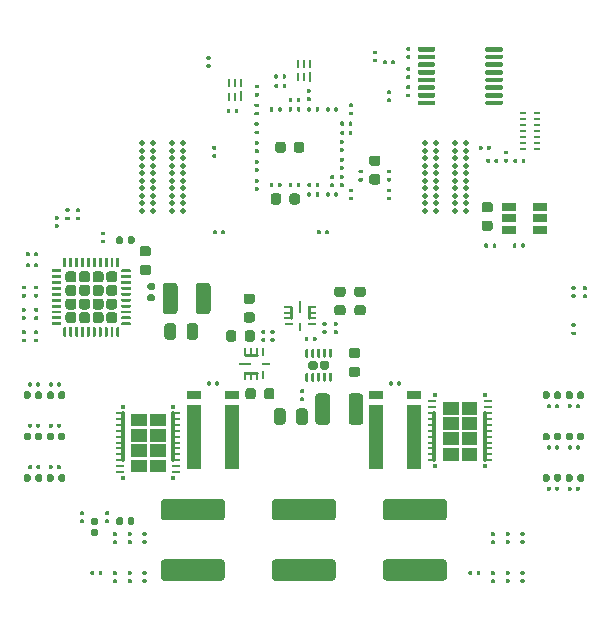
<source format=gbp>
%TF.GenerationSoftware,KiCad,Pcbnew,(5.1.6)-1*%
%TF.CreationDate,2020-11-12T15:53:19+01:00*%
%TF.ProjectId,omodri_laas,6f6d6f64-7269-45f6-9c61-61732e6b6963,1.0*%
%TF.SameCoordinates,Original*%
%TF.FileFunction,Paste,Bot*%
%TF.FilePolarity,Positive*%
%FSLAX46Y46*%
G04 Gerber Fmt 4.6, Leading zero omitted, Abs format (unit mm)*
G04 Created by KiCad (PCBNEW (5.1.6)-1) date 2020-11-12 15:53:19*
%MOMM*%
%LPD*%
G01*
G04 APERTURE LIST*
%ADD10C,0.300000*%
%ADD11C,0.100000*%
%ADD12C,0.250000*%
%ADD13R,0.700001X0.249999*%
%ADD14R,0.429999X0.375001*%
%ADD15C,0.500000*%
%ADD16R,0.499999X0.200000*%
%ADD17R,0.250000X0.700000*%
%ADD18R,0.700000X0.250000*%
%ADD19R,1.100000X0.250000*%
%ADD20R,0.250000X0.800000*%
%ADD21R,0.250000X1.100000*%
%ADD22R,0.800000X0.250000*%
%ADD23R,1.200000X0.700000*%
%ADD24R,1.200000X5.400000*%
%ADD25R,0.280000X0.750000*%
%ADD26R,0.280000X0.850000*%
%ADD27R,1.220000X0.650000*%
G04 APERTURE END LIST*
D10*
%TO.C,Q2*%
X113950000Y-85029999D02*
X113950000Y-88969999D01*
X109650000Y-85029999D02*
X109650000Y-88969999D01*
D11*
G36*
X111650000Y-88949999D02*
G01*
X110400000Y-88949999D01*
X110400000Y-89949999D01*
X111650000Y-89949999D01*
X111650000Y-88949999D01*
G37*
X111650000Y-88949999D02*
X110400000Y-88949999D01*
X110400000Y-89949999D01*
X111650000Y-89949999D01*
X111650000Y-88949999D01*
G36*
X113250000Y-88949999D02*
G01*
X111950000Y-88949999D01*
X111950000Y-89949999D01*
X113250000Y-89949999D01*
X113250000Y-88949999D01*
G37*
X113250000Y-88949999D02*
X111950000Y-88949999D01*
X111950000Y-89949999D01*
X113250000Y-89949999D01*
X113250000Y-88949999D01*
G36*
X111650000Y-87649999D02*
G01*
X110400000Y-87649999D01*
X110400000Y-88649999D01*
X111650000Y-88649999D01*
X111650000Y-87649999D01*
G37*
X111650000Y-87649999D02*
X110400000Y-87649999D01*
X110400000Y-88649999D01*
X111650000Y-88649999D01*
X111650000Y-87649999D01*
G36*
X113250000Y-87649999D02*
G01*
X111950000Y-87649999D01*
X111950000Y-88649999D01*
X113250000Y-88649999D01*
X113250000Y-87649999D01*
G37*
X113250000Y-87649999D02*
X111950000Y-87649999D01*
X111950000Y-88649999D01*
X113250000Y-88649999D01*
X113250000Y-87649999D01*
G36*
X111650000Y-86349999D02*
G01*
X110400000Y-86349999D01*
X110400000Y-87349999D01*
X111650000Y-87349999D01*
X111650000Y-86349999D01*
G37*
X111650000Y-86349999D02*
X110400000Y-86349999D01*
X110400000Y-87349999D01*
X111650000Y-87349999D01*
X111650000Y-86349999D01*
G36*
X113250000Y-86349999D02*
G01*
X111950000Y-86349999D01*
X111950000Y-87349999D01*
X113250000Y-87349999D01*
X113250000Y-86349999D01*
G37*
X113250000Y-86349999D02*
X111950000Y-86349999D01*
X111950000Y-87349999D01*
X113250000Y-87349999D01*
X113250000Y-86349999D01*
G36*
X111650000Y-85049999D02*
G01*
X110400000Y-85049999D01*
X110400000Y-86049999D01*
X111650000Y-86049999D01*
X111650000Y-85049999D01*
G37*
X111650000Y-85049999D02*
X110400000Y-85049999D01*
X110400000Y-86049999D01*
X111650000Y-86049999D01*
X111650000Y-85049999D01*
G36*
X113250000Y-85049999D02*
G01*
X111950000Y-85049999D01*
X111950000Y-86049999D01*
X113250000Y-86049999D01*
X113250000Y-85049999D01*
G37*
X113250000Y-85049999D02*
X111950000Y-85049999D01*
X111950000Y-86049999D01*
X113250000Y-86049999D01*
X113250000Y-85049999D01*
D10*
%TO.C,Q5*%
X136050000Y-88970001D02*
X136050000Y-85030001D01*
X140350000Y-88970001D02*
X140350000Y-85030001D01*
D11*
G36*
X138350000Y-85050001D02*
G01*
X139600000Y-85050001D01*
X139600000Y-84050001D01*
X138350000Y-84050001D01*
X138350000Y-85050001D01*
G37*
X138350000Y-85050001D02*
X139600000Y-85050001D01*
X139600000Y-84050001D01*
X138350000Y-84050001D01*
X138350000Y-85050001D01*
G36*
X136750000Y-85050001D02*
G01*
X138050000Y-85050001D01*
X138050000Y-84050001D01*
X136750000Y-84050001D01*
X136750000Y-85050001D01*
G37*
X136750000Y-85050001D02*
X138050000Y-85050001D01*
X138050000Y-84050001D01*
X136750000Y-84050001D01*
X136750000Y-85050001D01*
G36*
X138350000Y-86350001D02*
G01*
X139600000Y-86350001D01*
X139600000Y-85350001D01*
X138350000Y-85350001D01*
X138350000Y-86350001D01*
G37*
X138350000Y-86350001D02*
X139600000Y-86350001D01*
X139600000Y-85350001D01*
X138350000Y-85350001D01*
X138350000Y-86350001D01*
G36*
X136750000Y-86350001D02*
G01*
X138050000Y-86350001D01*
X138050000Y-85350001D01*
X136750000Y-85350001D01*
X136750000Y-86350001D01*
G37*
X136750000Y-86350001D02*
X138050000Y-86350001D01*
X138050000Y-85350001D01*
X136750000Y-85350001D01*
X136750000Y-86350001D01*
G36*
X138350000Y-87650001D02*
G01*
X139600000Y-87650001D01*
X139600000Y-86650001D01*
X138350000Y-86650001D01*
X138350000Y-87650001D01*
G37*
X138350000Y-87650001D02*
X139600000Y-87650001D01*
X139600000Y-86650001D01*
X138350000Y-86650001D01*
X138350000Y-87650001D01*
G36*
X136750000Y-87650001D02*
G01*
X138050000Y-87650001D01*
X138050000Y-86650001D01*
X136750000Y-86650001D01*
X136750000Y-87650001D01*
G37*
X136750000Y-87650001D02*
X138050000Y-87650001D01*
X138050000Y-86650001D01*
X136750000Y-86650001D01*
X136750000Y-87650001D01*
G36*
X138350000Y-88950001D02*
G01*
X139600000Y-88950001D01*
X139600000Y-87950001D01*
X138350000Y-87950001D01*
X138350000Y-88950001D01*
G37*
X138350000Y-88950001D02*
X139600000Y-88950001D01*
X139600000Y-87950001D01*
X138350000Y-87950001D01*
X138350000Y-88950001D01*
G36*
X136750000Y-88950001D02*
G01*
X138050000Y-88950001D01*
X138050000Y-87950001D01*
X136750000Y-87950001D01*
X136750000Y-88950001D01*
G37*
X136750000Y-88950001D02*
X138050000Y-88950001D01*
X138050000Y-87950001D01*
X136750000Y-87950001D01*
X136750000Y-88950001D01*
D12*
%TO.C,U4*%
X121050000Y-80087500D02*
X120050000Y-80087500D01*
X121050000Y-81637500D02*
X120050000Y-81637500D01*
%TO.C,U3*%
X125441800Y-76994700D02*
X125441800Y-75994700D01*
X123891800Y-76994700D02*
X123891800Y-75994700D01*
%TD*%
D13*
%TO.C,Q2*%
X109450000Y-89999999D03*
X109450000Y-89500000D03*
X109450000Y-88999999D03*
X109450000Y-88500000D03*
X109450000Y-87999998D03*
X109450000Y-87499999D03*
X109450000Y-87000000D03*
X109450000Y-86499998D03*
X109450000Y-85999999D03*
X109450000Y-85499998D03*
X109450000Y-84999999D03*
X114150000Y-84999999D03*
X114150000Y-85499998D03*
X114150000Y-85999999D03*
X114150000Y-86499998D03*
X114150000Y-87000000D03*
X114150000Y-87499999D03*
X114150000Y-87999998D03*
X114150000Y-88500000D03*
X114150000Y-88999999D03*
X114150000Y-89500000D03*
X114150000Y-89999999D03*
D14*
X109685000Y-90512998D03*
X109685000Y-84487000D03*
X113915000Y-84487000D03*
X113915000Y-90512998D03*
%TD*%
D13*
%TO.C,Q5*%
X140550000Y-84000001D03*
X140550000Y-84500000D03*
X140550000Y-85000001D03*
X140550000Y-85500000D03*
X140550000Y-86000002D03*
X140550000Y-86500001D03*
X140550000Y-87000000D03*
X140550000Y-87500002D03*
X140550000Y-88000001D03*
X140550000Y-88500002D03*
X140550000Y-89000001D03*
X135850000Y-89000001D03*
X135850000Y-88500002D03*
X135850000Y-88000001D03*
X135850000Y-87500002D03*
X135850000Y-87000000D03*
X135850000Y-86500001D03*
X135850000Y-86000002D03*
X135850000Y-85500000D03*
X135850000Y-85000001D03*
X135850000Y-84500000D03*
X135850000Y-84000001D03*
D14*
X140315000Y-83487002D03*
X140315000Y-89513000D03*
X136085000Y-89513000D03*
X136085000Y-83487002D03*
%TD*%
D15*
%TO.C,J15*%
X113790000Y-67857500D03*
X113790000Y-67222500D03*
X113790000Y-66587500D03*
X113790000Y-65952500D03*
X113790000Y-65317500D03*
X113790000Y-64682500D03*
X113790000Y-64047500D03*
X113790000Y-63412500D03*
X113790000Y-62777500D03*
X113790000Y-62142500D03*
X114750000Y-67857500D03*
X114750000Y-67222500D03*
X114750000Y-66587500D03*
X114750000Y-65952500D03*
X114750000Y-65317500D03*
X114750000Y-64682500D03*
X114750000Y-64047500D03*
X114750000Y-63412500D03*
X114750000Y-62777500D03*
X114750000Y-62142500D03*
X112210000Y-67857500D03*
X112210000Y-67222500D03*
X112210000Y-66587500D03*
X112210000Y-65952500D03*
X112210000Y-65317500D03*
X112210000Y-64682500D03*
X112210000Y-64047500D03*
X112210000Y-63412500D03*
X112210000Y-62777500D03*
X112210000Y-62142500D03*
X111250000Y-67857500D03*
X111250000Y-67222500D03*
X111250000Y-66587500D03*
X111250000Y-65952500D03*
X111250000Y-65317500D03*
X111250000Y-64682500D03*
X111250000Y-64047500D03*
X111250000Y-63412500D03*
X111250000Y-62777500D03*
X111250000Y-62142500D03*
%TD*%
D16*
%TO.C,U13*%
X144775000Y-59624995D03*
X144775000Y-60124994D03*
X144775000Y-60624996D03*
X144775000Y-61124995D03*
X144775000Y-61624997D03*
X144775000Y-62124996D03*
X144775000Y-62624995D03*
X143525000Y-62624995D03*
X143525000Y-62124996D03*
X143525000Y-61624997D03*
X143525000Y-61124995D03*
X143525000Y-60624996D03*
X143525000Y-60124994D03*
X143525000Y-59624995D03*
%TD*%
%TO.C,C88*%
G36*
G01*
X104101000Y-86180500D02*
X104101000Y-85979500D01*
G75*
G02*
X104180500Y-85900000I79500J0D01*
G01*
X104339500Y-85900000D01*
G75*
G02*
X104419000Y-85979500I0J-79500D01*
G01*
X104419000Y-86180500D01*
G75*
G02*
X104339500Y-86260000I-79500J0D01*
G01*
X104180500Y-86260000D01*
G75*
G02*
X104101000Y-86180500I0J79500D01*
G01*
G37*
G36*
G01*
X103411000Y-86180500D02*
X103411000Y-85979500D01*
G75*
G02*
X103490500Y-85900000I79500J0D01*
G01*
X103649500Y-85900000D01*
G75*
G02*
X103729000Y-85979500I0J-79500D01*
G01*
X103729000Y-86180500D01*
G75*
G02*
X103649500Y-86260000I-79500J0D01*
G01*
X103490500Y-86260000D01*
G75*
G02*
X103411000Y-86180500I0J79500D01*
G01*
G37*
%TD*%
%TO.C,R61*%
G36*
G01*
X148880500Y-74594000D02*
X148679500Y-74594000D01*
G75*
G02*
X148600000Y-74514500I0J79500D01*
G01*
X148600000Y-74355500D01*
G75*
G02*
X148679500Y-74276000I79500J0D01*
G01*
X148880500Y-74276000D01*
G75*
G02*
X148960000Y-74355500I0J-79500D01*
G01*
X148960000Y-74514500D01*
G75*
G02*
X148880500Y-74594000I-79500J0D01*
G01*
G37*
G36*
G01*
X148880500Y-75284000D02*
X148679500Y-75284000D01*
G75*
G02*
X148600000Y-75204500I0J79500D01*
G01*
X148600000Y-75045500D01*
G75*
G02*
X148679500Y-74966000I79500J0D01*
G01*
X148880500Y-74966000D01*
G75*
G02*
X148960000Y-75045500I0J-79500D01*
G01*
X148960000Y-75204500D01*
G75*
G02*
X148880500Y-75284000I-79500J0D01*
G01*
G37*
%TD*%
%TO.C,R60*%
G36*
G01*
X147930500Y-74594000D02*
X147729500Y-74594000D01*
G75*
G02*
X147650000Y-74514500I0J79500D01*
G01*
X147650000Y-74355500D01*
G75*
G02*
X147729500Y-74276000I79500J0D01*
G01*
X147930500Y-74276000D01*
G75*
G02*
X148010000Y-74355500I0J-79500D01*
G01*
X148010000Y-74514500D01*
G75*
G02*
X147930500Y-74594000I-79500J0D01*
G01*
G37*
G36*
G01*
X147930500Y-75284000D02*
X147729500Y-75284000D01*
G75*
G02*
X147650000Y-75204500I0J79500D01*
G01*
X147650000Y-75045500D01*
G75*
G02*
X147729500Y-74966000I79500J0D01*
G01*
X147930500Y-74966000D01*
G75*
G02*
X148010000Y-75045500I0J-79500D01*
G01*
X148010000Y-75204500D01*
G75*
G02*
X147930500Y-75284000I-79500J0D01*
G01*
G37*
%TD*%
%TO.C,C98*%
G36*
G01*
X147729500Y-78106000D02*
X147930500Y-78106000D01*
G75*
G02*
X148010000Y-78185500I0J-79500D01*
G01*
X148010000Y-78344500D01*
G75*
G02*
X147930500Y-78424000I-79500J0D01*
G01*
X147729500Y-78424000D01*
G75*
G02*
X147650000Y-78344500I0J79500D01*
G01*
X147650000Y-78185500D01*
G75*
G02*
X147729500Y-78106000I79500J0D01*
G01*
G37*
G36*
G01*
X147729500Y-77416000D02*
X147930500Y-77416000D01*
G75*
G02*
X148010000Y-77495500I0J-79500D01*
G01*
X148010000Y-77654500D01*
G75*
G02*
X147930500Y-77734000I-79500J0D01*
G01*
X147729500Y-77734000D01*
G75*
G02*
X147650000Y-77654500I0J79500D01*
G01*
X147650000Y-77495500D01*
G75*
G02*
X147729500Y-77416000I79500J0D01*
G01*
G37*
%TD*%
D17*
%TO.C,U4*%
X120050000Y-79862500D03*
X120550000Y-79862500D03*
X121050000Y-79862500D03*
X120050000Y-81862500D03*
X120550000Y-81862500D03*
X121050000Y-81862500D03*
D18*
X121750000Y-80862500D03*
D17*
X121550000Y-79862500D03*
D19*
X120050000Y-80862500D03*
D20*
X121550000Y-81812500D03*
%TD*%
D18*
%TO.C,U3*%
X125666800Y-75994700D03*
X125666800Y-76494700D03*
X125666800Y-76994700D03*
X123666800Y-75994700D03*
X123666800Y-76494700D03*
X123666800Y-76994700D03*
D17*
X124666800Y-77694700D03*
D18*
X125666800Y-77494700D03*
D21*
X124666800Y-75994700D03*
D22*
X123716800Y-77494700D03*
%TD*%
D23*
%TO.C,R56*%
X131100000Y-83450000D03*
X134300000Y-83450000D03*
D24*
X131100000Y-87000000D03*
X134300000Y-87000000D03*
%TD*%
%TO.C,C1*%
G36*
G01*
X105080500Y-68004000D02*
X104879500Y-68004000D01*
G75*
G02*
X104800000Y-67924500I0J79500D01*
G01*
X104800000Y-67765500D01*
G75*
G02*
X104879500Y-67686000I79500J0D01*
G01*
X105080500Y-67686000D01*
G75*
G02*
X105160000Y-67765500I0J-79500D01*
G01*
X105160000Y-67924500D01*
G75*
G02*
X105080500Y-68004000I-79500J0D01*
G01*
G37*
G36*
G01*
X105080500Y-68694000D02*
X104879500Y-68694000D01*
G75*
G02*
X104800000Y-68614500I0J79500D01*
G01*
X104800000Y-68455500D01*
G75*
G02*
X104879500Y-68376000I79500J0D01*
G01*
X105080500Y-68376000D01*
G75*
G02*
X105160000Y-68455500I0J-79500D01*
G01*
X105160000Y-68614500D01*
G75*
G02*
X105080500Y-68694000I-79500J0D01*
G01*
G37*
%TD*%
%TO.C,C3*%
G36*
G01*
X128300900Y-65194000D02*
X128099900Y-65194000D01*
G75*
G02*
X128020400Y-65114500I0J79500D01*
G01*
X128020400Y-64955500D01*
G75*
G02*
X128099900Y-64876000I79500J0D01*
G01*
X128300900Y-64876000D01*
G75*
G02*
X128380400Y-64955500I0J-79500D01*
G01*
X128380400Y-65114500D01*
G75*
G02*
X128300900Y-65194000I-79500J0D01*
G01*
G37*
G36*
G01*
X128300900Y-65884000D02*
X128099900Y-65884000D01*
G75*
G02*
X128020400Y-65804500I0J79500D01*
G01*
X128020400Y-65645500D01*
G75*
G02*
X128099900Y-65566000I79500J0D01*
G01*
X128300900Y-65566000D01*
G75*
G02*
X128380400Y-65645500I0J-79500D01*
G01*
X128380400Y-65804500D01*
G75*
G02*
X128300900Y-65884000I-79500J0D01*
G01*
G37*
%TD*%
%TO.C,C4*%
G36*
G01*
X128902792Y-66689334D02*
X129103792Y-66689334D01*
G75*
G02*
X129183292Y-66768834I0J-79500D01*
G01*
X129183292Y-66927834D01*
G75*
G02*
X129103792Y-67007334I-79500J0D01*
G01*
X128902792Y-67007334D01*
G75*
G02*
X128823292Y-66927834I0J79500D01*
G01*
X128823292Y-66768834D01*
G75*
G02*
X128902792Y-66689334I79500J0D01*
G01*
G37*
G36*
G01*
X128902792Y-65999334D02*
X129103792Y-65999334D01*
G75*
G02*
X129183292Y-66078834I0J-79500D01*
G01*
X129183292Y-66237834D01*
G75*
G02*
X129103792Y-66317334I-79500J0D01*
G01*
X128902792Y-66317334D01*
G75*
G02*
X128823292Y-66237834I0J79500D01*
G01*
X128823292Y-66078834D01*
G75*
G02*
X128902792Y-65999334I79500J0D01*
G01*
G37*
%TD*%
%TO.C,C5*%
G36*
G01*
X128414000Y-61199500D02*
X128414000Y-61400500D01*
G75*
G02*
X128334500Y-61480000I-79500J0D01*
G01*
X128175500Y-61480000D01*
G75*
G02*
X128096000Y-61400500I0J79500D01*
G01*
X128096000Y-61199500D01*
G75*
G02*
X128175500Y-61120000I79500J0D01*
G01*
X128334500Y-61120000D01*
G75*
G02*
X128414000Y-61199500I0J-79500D01*
G01*
G37*
G36*
G01*
X129104000Y-61199500D02*
X129104000Y-61400500D01*
G75*
G02*
X129024500Y-61480000I-79500J0D01*
G01*
X128865500Y-61480000D01*
G75*
G02*
X128786000Y-61400500I0J79500D01*
G01*
X128786000Y-61199500D01*
G75*
G02*
X128865500Y-61120000I79500J0D01*
G01*
X129024500Y-61120000D01*
G75*
G02*
X129104000Y-61199500I0J-79500D01*
G01*
G37*
%TD*%
%TO.C,C6*%
G36*
G01*
X128414000Y-60399500D02*
X128414000Y-60600500D01*
G75*
G02*
X128334500Y-60680000I-79500J0D01*
G01*
X128175500Y-60680000D01*
G75*
G02*
X128096000Y-60600500I0J79500D01*
G01*
X128096000Y-60399500D01*
G75*
G02*
X128175500Y-60320000I79500J0D01*
G01*
X128334500Y-60320000D01*
G75*
G02*
X128414000Y-60399500I0J-79500D01*
G01*
G37*
G36*
G01*
X129104000Y-60399500D02*
X129104000Y-60600500D01*
G75*
G02*
X129024500Y-60680000I-79500J0D01*
G01*
X128865500Y-60680000D01*
G75*
G02*
X128786000Y-60600500I0J79500D01*
G01*
X128786000Y-60399500D01*
G75*
G02*
X128865500Y-60320000I79500J0D01*
G01*
X129024500Y-60320000D01*
G75*
G02*
X129104000Y-60399500I0J-79500D01*
G01*
G37*
%TD*%
%TO.C,C7*%
G36*
G01*
X122819000Y-57209500D02*
X122819000Y-57410500D01*
G75*
G02*
X122739500Y-57490000I-79500J0D01*
G01*
X122580500Y-57490000D01*
G75*
G02*
X122501000Y-57410500I0J79500D01*
G01*
X122501000Y-57209500D01*
G75*
G02*
X122580500Y-57130000I79500J0D01*
G01*
X122739500Y-57130000D01*
G75*
G02*
X122819000Y-57209500I0J-79500D01*
G01*
G37*
G36*
G01*
X123509000Y-57209500D02*
X123509000Y-57410500D01*
G75*
G02*
X123429500Y-57490000I-79500J0D01*
G01*
X123270500Y-57490000D01*
G75*
G02*
X123191000Y-57410500I0J79500D01*
G01*
X123191000Y-57209500D01*
G75*
G02*
X123270500Y-57130000I79500J0D01*
G01*
X123429500Y-57130000D01*
G75*
G02*
X123509000Y-57209500I0J-79500D01*
G01*
G37*
%TD*%
%TO.C,C8*%
G36*
G01*
X122816370Y-56407787D02*
X122816370Y-56608787D01*
G75*
G02*
X122736870Y-56688287I-79500J0D01*
G01*
X122577870Y-56688287D01*
G75*
G02*
X122498370Y-56608787I0J79500D01*
G01*
X122498370Y-56407787D01*
G75*
G02*
X122577870Y-56328287I79500J0D01*
G01*
X122736870Y-56328287D01*
G75*
G02*
X122816370Y-56407787I0J-79500D01*
G01*
G37*
G36*
G01*
X123506370Y-56407787D02*
X123506370Y-56608787D01*
G75*
G02*
X123426870Y-56688287I-79500J0D01*
G01*
X123267870Y-56688287D01*
G75*
G02*
X123188370Y-56608787I0J79500D01*
G01*
X123188370Y-56407787D01*
G75*
G02*
X123267870Y-56328287I79500J0D01*
G01*
X123426870Y-56328287D01*
G75*
G02*
X123506370Y-56407787I0J-79500D01*
G01*
G37*
%TD*%
%TO.C,C9*%
G36*
G01*
X128775000Y-85745000D02*
X128775000Y-83595000D01*
G75*
G02*
X129025000Y-83345000I250000J0D01*
G01*
X129775000Y-83345000D01*
G75*
G02*
X130025000Y-83595000I0J-250000D01*
G01*
X130025000Y-85745000D01*
G75*
G02*
X129775000Y-85995000I-250000J0D01*
G01*
X129025000Y-85995000D01*
G75*
G02*
X128775000Y-85745000I0J250000D01*
G01*
G37*
G36*
G01*
X125975000Y-85745000D02*
X125975000Y-83595000D01*
G75*
G02*
X126225000Y-83345000I250000J0D01*
G01*
X126975000Y-83345000D01*
G75*
G02*
X127225000Y-83595000I0J-250000D01*
G01*
X127225000Y-85745000D01*
G75*
G02*
X126975000Y-85995000I-250000J0D01*
G01*
X126225000Y-85995000D01*
G75*
G02*
X125975000Y-85745000I0J250000D01*
G01*
G37*
%TD*%
%TO.C,C10*%
G36*
G01*
X123450000Y-84843750D02*
X123450000Y-85756250D01*
G75*
G02*
X123206250Y-86000000I-243750J0D01*
G01*
X122718750Y-86000000D01*
G75*
G02*
X122475000Y-85756250I0J243750D01*
G01*
X122475000Y-84843750D01*
G75*
G02*
X122718750Y-84600000I243750J0D01*
G01*
X123206250Y-84600000D01*
G75*
G02*
X123450000Y-84843750I0J-243750D01*
G01*
G37*
G36*
G01*
X125325000Y-84843750D02*
X125325000Y-85756250D01*
G75*
G02*
X125081250Y-86000000I-243750J0D01*
G01*
X124593750Y-86000000D01*
G75*
G02*
X124350000Y-85756250I0J243750D01*
G01*
X124350000Y-84843750D01*
G75*
G02*
X124593750Y-84600000I243750J0D01*
G01*
X125081250Y-84600000D01*
G75*
G02*
X125325000Y-84843750I0J-243750D01*
G01*
G37*
%TD*%
%TO.C,C11*%
G36*
G01*
X125756000Y-78850500D02*
X125756000Y-78649500D01*
G75*
G02*
X125835500Y-78570000I79500J0D01*
G01*
X125994500Y-78570000D01*
G75*
G02*
X126074000Y-78649500I0J-79500D01*
G01*
X126074000Y-78850500D01*
G75*
G02*
X125994500Y-78930000I-79500J0D01*
G01*
X125835500Y-78930000D01*
G75*
G02*
X125756000Y-78850500I0J79500D01*
G01*
G37*
G36*
G01*
X125066000Y-78850500D02*
X125066000Y-78649500D01*
G75*
G02*
X125145500Y-78570000I79500J0D01*
G01*
X125304500Y-78570000D01*
G75*
G02*
X125384000Y-78649500I0J-79500D01*
G01*
X125384000Y-78850500D01*
G75*
G02*
X125304500Y-78930000I-79500J0D01*
G01*
X125145500Y-78930000D01*
G75*
G02*
X125066000Y-78850500I0J79500D01*
G01*
G37*
%TD*%
%TO.C,C12*%
G36*
G01*
X124749500Y-83686000D02*
X124950500Y-83686000D01*
G75*
G02*
X125030000Y-83765500I0J-79500D01*
G01*
X125030000Y-83924500D01*
G75*
G02*
X124950500Y-84004000I-79500J0D01*
G01*
X124749500Y-84004000D01*
G75*
G02*
X124670000Y-83924500I0J79500D01*
G01*
X124670000Y-83765500D01*
G75*
G02*
X124749500Y-83686000I79500J0D01*
G01*
G37*
G36*
G01*
X124749500Y-82996000D02*
X124950500Y-82996000D01*
G75*
G02*
X125030000Y-83075500I0J-79500D01*
G01*
X125030000Y-83234500D01*
G75*
G02*
X124950500Y-83314000I-79500J0D01*
G01*
X124749500Y-83314000D01*
G75*
G02*
X124670000Y-83234500I0J79500D01*
G01*
X124670000Y-83075500D01*
G75*
G02*
X124749500Y-82996000I79500J0D01*
G01*
G37*
%TD*%
%TO.C,C13*%
G36*
G01*
X120925000Y-83117500D02*
X120925000Y-83630000D01*
G75*
G02*
X120706250Y-83848750I-218750J0D01*
G01*
X120268750Y-83848750D01*
G75*
G02*
X120050000Y-83630000I0J218750D01*
G01*
X120050000Y-83117500D01*
G75*
G02*
X120268750Y-82898750I218750J0D01*
G01*
X120706250Y-82898750D01*
G75*
G02*
X120925000Y-83117500I0J-218750D01*
G01*
G37*
G36*
G01*
X122500000Y-83117500D02*
X122500000Y-83630000D01*
G75*
G02*
X122281250Y-83848750I-218750J0D01*
G01*
X121843750Y-83848750D01*
G75*
G02*
X121625000Y-83630000I0J218750D01*
G01*
X121625000Y-83117500D01*
G75*
G02*
X121843750Y-82898750I218750J0D01*
G01*
X122281250Y-82898750D01*
G75*
G02*
X122500000Y-83117500I0J-218750D01*
G01*
G37*
%TD*%
%TO.C,C14*%
G36*
G01*
X123770000Y-67136250D02*
X123770000Y-66623750D01*
G75*
G02*
X123988750Y-66405000I218750J0D01*
G01*
X124426250Y-66405000D01*
G75*
G02*
X124645000Y-66623750I0J-218750D01*
G01*
X124645000Y-67136250D01*
G75*
G02*
X124426250Y-67355000I-218750J0D01*
G01*
X123988750Y-67355000D01*
G75*
G02*
X123770000Y-67136250I0J218750D01*
G01*
G37*
G36*
G01*
X122195000Y-67136250D02*
X122195000Y-66623750D01*
G75*
G02*
X122413750Y-66405000I218750J0D01*
G01*
X122851250Y-66405000D01*
G75*
G02*
X123070000Y-66623750I0J-218750D01*
G01*
X123070000Y-67136250D01*
G75*
G02*
X122851250Y-67355000I-218750J0D01*
G01*
X122413750Y-67355000D01*
G75*
G02*
X122195000Y-67136250I0J218750D01*
G01*
G37*
%TD*%
%TO.C,C15*%
G36*
G01*
X124386000Y-65802066D02*
X124386000Y-65601066D01*
G75*
G02*
X124465500Y-65521566I79500J0D01*
G01*
X124624500Y-65521566D01*
G75*
G02*
X124704000Y-65601066I0J-79500D01*
G01*
X124704000Y-65802066D01*
G75*
G02*
X124624500Y-65881566I-79500J0D01*
G01*
X124465500Y-65881566D01*
G75*
G02*
X124386000Y-65802066I0J79500D01*
G01*
G37*
G36*
G01*
X123696000Y-65802066D02*
X123696000Y-65601066D01*
G75*
G02*
X123775500Y-65521566I79500J0D01*
G01*
X123934500Y-65521566D01*
G75*
G02*
X124014000Y-65601066I0J-79500D01*
G01*
X124014000Y-65802066D01*
G75*
G02*
X123934500Y-65881566I-79500J0D01*
G01*
X123775500Y-65881566D01*
G75*
G02*
X123696000Y-65802066I0J79500D01*
G01*
G37*
%TD*%
%TO.C,C16*%
G36*
G01*
X131256250Y-64082500D02*
X130743750Y-64082500D01*
G75*
G02*
X130525000Y-63863750I0J218750D01*
G01*
X130525000Y-63426250D01*
G75*
G02*
X130743750Y-63207500I218750J0D01*
G01*
X131256250Y-63207500D01*
G75*
G02*
X131475000Y-63426250I0J-218750D01*
G01*
X131475000Y-63863750D01*
G75*
G02*
X131256250Y-64082500I-218750J0D01*
G01*
G37*
G36*
G01*
X131256250Y-65657500D02*
X130743750Y-65657500D01*
G75*
G02*
X130525000Y-65438750I0J218750D01*
G01*
X130525000Y-65001250D01*
G75*
G02*
X130743750Y-64782500I218750J0D01*
G01*
X131256250Y-64782500D01*
G75*
G02*
X131475000Y-65001250I0J-218750D01*
G01*
X131475000Y-65438750D01*
G75*
G02*
X131256250Y-65657500I-218750J0D01*
G01*
G37*
%TD*%
%TO.C,C17*%
G36*
G01*
X129900500Y-64714000D02*
X129699500Y-64714000D01*
G75*
G02*
X129620000Y-64634500I0J79500D01*
G01*
X129620000Y-64475500D01*
G75*
G02*
X129699500Y-64396000I79500J0D01*
G01*
X129900500Y-64396000D01*
G75*
G02*
X129980000Y-64475500I0J-79500D01*
G01*
X129980000Y-64634500D01*
G75*
G02*
X129900500Y-64714000I-79500J0D01*
G01*
G37*
G36*
G01*
X129900500Y-65404000D02*
X129699500Y-65404000D01*
G75*
G02*
X129620000Y-65324500I0J79500D01*
G01*
X129620000Y-65165500D01*
G75*
G02*
X129699500Y-65086000I79500J0D01*
G01*
X129900500Y-65086000D01*
G75*
G02*
X129980000Y-65165500I0J-79500D01*
G01*
X129980000Y-65324500D01*
G75*
G02*
X129900500Y-65404000I-79500J0D01*
G01*
G37*
%TD*%
%TO.C,C19*%
G36*
G01*
X129025750Y-81070000D02*
X129538250Y-81070000D01*
G75*
G02*
X129757000Y-81288750I0J-218750D01*
G01*
X129757000Y-81726250D01*
G75*
G02*
X129538250Y-81945000I-218750J0D01*
G01*
X129025750Y-81945000D01*
G75*
G02*
X128807000Y-81726250I0J218750D01*
G01*
X128807000Y-81288750D01*
G75*
G02*
X129025750Y-81070000I218750J0D01*
G01*
G37*
G36*
G01*
X129025750Y-79495000D02*
X129538250Y-79495000D01*
G75*
G02*
X129757000Y-79713750I0J-218750D01*
G01*
X129757000Y-80151250D01*
G75*
G02*
X129538250Y-80370000I-218750J0D01*
G01*
X129025750Y-80370000D01*
G75*
G02*
X128807000Y-80151250I0J218750D01*
G01*
X128807000Y-79713750D01*
G75*
G02*
X129025750Y-79495000I218750J0D01*
G01*
G37*
%TD*%
%TO.C,C21*%
G36*
G01*
X119272500Y-78223750D02*
X119272500Y-78736250D01*
G75*
G02*
X119053750Y-78955000I-218750J0D01*
G01*
X118616250Y-78955000D01*
G75*
G02*
X118397500Y-78736250I0J218750D01*
G01*
X118397500Y-78223750D01*
G75*
G02*
X118616250Y-78005000I218750J0D01*
G01*
X119053750Y-78005000D01*
G75*
G02*
X119272500Y-78223750I0J-218750D01*
G01*
G37*
G36*
G01*
X120847500Y-78223750D02*
X120847500Y-78736250D01*
G75*
G02*
X120628750Y-78955000I-218750J0D01*
G01*
X120191250Y-78955000D01*
G75*
G02*
X119972500Y-78736250I0J218750D01*
G01*
X119972500Y-78223750D01*
G75*
G02*
X120191250Y-78005000I218750J0D01*
G01*
X120628750Y-78005000D01*
G75*
G02*
X120847500Y-78223750I0J-218750D01*
G01*
G37*
%TD*%
%TO.C,C22*%
G36*
G01*
X124150000Y-62756250D02*
X124150000Y-62243750D01*
G75*
G02*
X124368750Y-62025000I218750J0D01*
G01*
X124806250Y-62025000D01*
G75*
G02*
X125025000Y-62243750I0J-218750D01*
G01*
X125025000Y-62756250D01*
G75*
G02*
X124806250Y-62975000I-218750J0D01*
G01*
X124368750Y-62975000D01*
G75*
G02*
X124150000Y-62756250I0J218750D01*
G01*
G37*
G36*
G01*
X122575000Y-62756250D02*
X122575000Y-62243750D01*
G75*
G02*
X122793750Y-62025000I218750J0D01*
G01*
X123231250Y-62025000D01*
G75*
G02*
X123450000Y-62243750I0J-218750D01*
G01*
X123450000Y-62756250D01*
G75*
G02*
X123231250Y-62975000I-218750J0D01*
G01*
X122793750Y-62975000D01*
G75*
G02*
X122575000Y-62756250I0J218750D01*
G01*
G37*
%TD*%
%TO.C,C23*%
G36*
G01*
X124386000Y-59400500D02*
X124386000Y-59199500D01*
G75*
G02*
X124465500Y-59120000I79500J0D01*
G01*
X124624500Y-59120000D01*
G75*
G02*
X124704000Y-59199500I0J-79500D01*
G01*
X124704000Y-59400500D01*
G75*
G02*
X124624500Y-59480000I-79500J0D01*
G01*
X124465500Y-59480000D01*
G75*
G02*
X124386000Y-59400500I0J79500D01*
G01*
G37*
G36*
G01*
X123696000Y-59400500D02*
X123696000Y-59199500D01*
G75*
G02*
X123775500Y-59120000I79500J0D01*
G01*
X123934500Y-59120000D01*
G75*
G02*
X124014000Y-59199500I0J-79500D01*
G01*
X124014000Y-59400500D01*
G75*
G02*
X123934500Y-59480000I-79500J0D01*
G01*
X123775500Y-59480000D01*
G75*
G02*
X123696000Y-59400500I0J79500D01*
G01*
G37*
%TD*%
%TO.C,C26*%
G36*
G01*
X143366000Y-70930500D02*
X143366000Y-70729500D01*
G75*
G02*
X143445500Y-70650000I79500J0D01*
G01*
X143604500Y-70650000D01*
G75*
G02*
X143684000Y-70729500I0J-79500D01*
G01*
X143684000Y-70930500D01*
G75*
G02*
X143604500Y-71010000I-79500J0D01*
G01*
X143445500Y-71010000D01*
G75*
G02*
X143366000Y-70930500I0J79500D01*
G01*
G37*
G36*
G01*
X142676000Y-70930500D02*
X142676000Y-70729500D01*
G75*
G02*
X142755500Y-70650000I79500J0D01*
G01*
X142914500Y-70650000D01*
G75*
G02*
X142994000Y-70729500I0J-79500D01*
G01*
X142994000Y-70930500D01*
G75*
G02*
X142914500Y-71010000I-79500J0D01*
G01*
X142755500Y-71010000D01*
G75*
G02*
X142676000Y-70930500I0J79500D01*
G01*
G37*
%TD*%
%TO.C,C27*%
G36*
G01*
X140604000Y-70729500D02*
X140604000Y-70930500D01*
G75*
G02*
X140524500Y-71010000I-79500J0D01*
G01*
X140365500Y-71010000D01*
G75*
G02*
X140286000Y-70930500I0J79500D01*
G01*
X140286000Y-70729500D01*
G75*
G02*
X140365500Y-70650000I79500J0D01*
G01*
X140524500Y-70650000D01*
G75*
G02*
X140604000Y-70729500I0J-79500D01*
G01*
G37*
G36*
G01*
X141294000Y-70729500D02*
X141294000Y-70930500D01*
G75*
G02*
X141214500Y-71010000I-79500J0D01*
G01*
X141055500Y-71010000D01*
G75*
G02*
X140976000Y-70930500I0J79500D01*
G01*
X140976000Y-70729500D01*
G75*
G02*
X141055500Y-70650000I79500J0D01*
G01*
X141214500Y-70650000D01*
G75*
G02*
X141294000Y-70729500I0J-79500D01*
G01*
G37*
%TD*%
%TO.C,C28*%
G36*
G01*
X140261250Y-68717500D02*
X140773750Y-68717500D01*
G75*
G02*
X140992500Y-68936250I0J-218750D01*
G01*
X140992500Y-69373750D01*
G75*
G02*
X140773750Y-69592500I-218750J0D01*
G01*
X140261250Y-69592500D01*
G75*
G02*
X140042500Y-69373750I0J218750D01*
G01*
X140042500Y-68936250D01*
G75*
G02*
X140261250Y-68717500I218750J0D01*
G01*
G37*
G36*
G01*
X140261250Y-67142500D02*
X140773750Y-67142500D01*
G75*
G02*
X140992500Y-67361250I0J-218750D01*
G01*
X140992500Y-67798750D01*
G75*
G02*
X140773750Y-68017500I-218750J0D01*
G01*
X140261250Y-68017500D01*
G75*
G02*
X140042500Y-67798750I0J218750D01*
G01*
X140042500Y-67361250D01*
G75*
G02*
X140261250Y-67142500I218750J0D01*
G01*
G37*
%TD*%
%TO.C,C29*%
G36*
G01*
X132300500Y-66314000D02*
X132099500Y-66314000D01*
G75*
G02*
X132020000Y-66234500I0J79500D01*
G01*
X132020000Y-66075500D01*
G75*
G02*
X132099500Y-65996000I79500J0D01*
G01*
X132300500Y-65996000D01*
G75*
G02*
X132380000Y-66075500I0J-79500D01*
G01*
X132380000Y-66234500D01*
G75*
G02*
X132300500Y-66314000I-79500J0D01*
G01*
G37*
G36*
G01*
X132300500Y-67004000D02*
X132099500Y-67004000D01*
G75*
G02*
X132020000Y-66924500I0J79500D01*
G01*
X132020000Y-66765500D01*
G75*
G02*
X132099500Y-66686000I79500J0D01*
G01*
X132300500Y-66686000D01*
G75*
G02*
X132380000Y-66765500I0J-79500D01*
G01*
X132380000Y-66924500D01*
G75*
G02*
X132300500Y-67004000I-79500J0D01*
G01*
G37*
%TD*%
%TO.C,C34*%
G36*
G01*
X121095438Y-60717689D02*
X120894438Y-60717689D01*
G75*
G02*
X120814938Y-60638189I0J79500D01*
G01*
X120814938Y-60479189D01*
G75*
G02*
X120894438Y-60399689I79500J0D01*
G01*
X121095438Y-60399689D01*
G75*
G02*
X121174938Y-60479189I0J-79500D01*
G01*
X121174938Y-60638189D01*
G75*
G02*
X121095438Y-60717689I-79500J0D01*
G01*
G37*
G36*
G01*
X121095438Y-61407689D02*
X120894438Y-61407689D01*
G75*
G02*
X120814938Y-61328189I0J79500D01*
G01*
X120814938Y-61169189D01*
G75*
G02*
X120894438Y-61089689I79500J0D01*
G01*
X121095438Y-61089689D01*
G75*
G02*
X121174938Y-61169189I0J-79500D01*
G01*
X121174938Y-61328189D01*
G75*
G02*
X121095438Y-61407689I-79500J0D01*
G01*
G37*
%TD*%
%TO.C,C35*%
G36*
G01*
X120903663Y-64283523D02*
X121104663Y-64283523D01*
G75*
G02*
X121184163Y-64363023I0J-79500D01*
G01*
X121184163Y-64522023D01*
G75*
G02*
X121104663Y-64601523I-79500J0D01*
G01*
X120903663Y-64601523D01*
G75*
G02*
X120824163Y-64522023I0J79500D01*
G01*
X120824163Y-64363023D01*
G75*
G02*
X120903663Y-64283523I79500J0D01*
G01*
G37*
G36*
G01*
X120903663Y-63593523D02*
X121104663Y-63593523D01*
G75*
G02*
X121184163Y-63673023I0J-79500D01*
G01*
X121184163Y-63832023D01*
G75*
G02*
X121104663Y-63911523I-79500J0D01*
G01*
X120903663Y-63911523D01*
G75*
G02*
X120824163Y-63832023I0J79500D01*
G01*
X120824163Y-63673023D01*
G75*
G02*
X120903663Y-63593523I79500J0D01*
G01*
G37*
%TD*%
%TO.C,C36*%
G36*
G01*
X125987561Y-66600500D02*
X125987561Y-66399500D01*
G75*
G02*
X126067061Y-66320000I79500J0D01*
G01*
X126226061Y-66320000D01*
G75*
G02*
X126305561Y-66399500I0J-79500D01*
G01*
X126305561Y-66600500D01*
G75*
G02*
X126226061Y-66680000I-79500J0D01*
G01*
X126067061Y-66680000D01*
G75*
G02*
X125987561Y-66600500I0J79500D01*
G01*
G37*
G36*
G01*
X125297561Y-66600500D02*
X125297561Y-66399500D01*
G75*
G02*
X125377061Y-66320000I79500J0D01*
G01*
X125536061Y-66320000D01*
G75*
G02*
X125615561Y-66399500I0J-79500D01*
G01*
X125615561Y-66600500D01*
G75*
G02*
X125536061Y-66680000I-79500J0D01*
G01*
X125377061Y-66680000D01*
G75*
G02*
X125297561Y-66600500I0J79500D01*
G01*
G37*
%TD*%
%TO.C,C37*%
G36*
G01*
X128300500Y-62214000D02*
X128099500Y-62214000D01*
G75*
G02*
X128020000Y-62134500I0J79500D01*
G01*
X128020000Y-61975500D01*
G75*
G02*
X128099500Y-61896000I79500J0D01*
G01*
X128300500Y-61896000D01*
G75*
G02*
X128380000Y-61975500I0J-79500D01*
G01*
X128380000Y-62134500D01*
G75*
G02*
X128300500Y-62214000I-79500J0D01*
G01*
G37*
G36*
G01*
X128300500Y-62904000D02*
X128099500Y-62904000D01*
G75*
G02*
X128020000Y-62824500I0J79500D01*
G01*
X128020000Y-62665500D01*
G75*
G02*
X128099500Y-62586000I79500J0D01*
G01*
X128300500Y-62586000D01*
G75*
G02*
X128380000Y-62665500I0J-79500D01*
G01*
X128380000Y-62824500D01*
G75*
G02*
X128300500Y-62904000I-79500J0D01*
G01*
G37*
%TD*%
%TO.C,C38*%
G36*
G01*
X129100500Y-59114000D02*
X128899500Y-59114000D01*
G75*
G02*
X128820000Y-59034500I0J79500D01*
G01*
X128820000Y-58875500D01*
G75*
G02*
X128899500Y-58796000I79500J0D01*
G01*
X129100500Y-58796000D01*
G75*
G02*
X129180000Y-58875500I0J-79500D01*
G01*
X129180000Y-59034500D01*
G75*
G02*
X129100500Y-59114000I-79500J0D01*
G01*
G37*
G36*
G01*
X129100500Y-59804000D02*
X128899500Y-59804000D01*
G75*
G02*
X128820000Y-59724500I0J79500D01*
G01*
X128820000Y-59565500D01*
G75*
G02*
X128899500Y-59486000I79500J0D01*
G01*
X129100500Y-59486000D01*
G75*
G02*
X129180000Y-59565500I0J-79500D01*
G01*
X129180000Y-59724500D01*
G75*
G02*
X129100500Y-59804000I-79500J0D01*
G01*
G37*
%TD*%
%TO.C,C39*%
G36*
G01*
X124385965Y-58598946D02*
X124385965Y-58397946D01*
G75*
G02*
X124465465Y-58318446I79500J0D01*
G01*
X124624465Y-58318446D01*
G75*
G02*
X124703965Y-58397946I0J-79500D01*
G01*
X124703965Y-58598946D01*
G75*
G02*
X124624465Y-58678446I-79500J0D01*
G01*
X124465465Y-58678446D01*
G75*
G02*
X124385965Y-58598946I0J79500D01*
G01*
G37*
G36*
G01*
X123695965Y-58598946D02*
X123695965Y-58397946D01*
G75*
G02*
X123775465Y-58318446I79500J0D01*
G01*
X123934465Y-58318446D01*
G75*
G02*
X124013965Y-58397946I0J-79500D01*
G01*
X124013965Y-58598946D01*
G75*
G02*
X123934465Y-58678446I-79500J0D01*
G01*
X123775465Y-58678446D01*
G75*
G02*
X123695965Y-58598946I0J79500D01*
G01*
G37*
%TD*%
%TO.C,C40*%
G36*
G01*
X122786000Y-59400500D02*
X122786000Y-59199500D01*
G75*
G02*
X122865500Y-59120000I79500J0D01*
G01*
X123024500Y-59120000D01*
G75*
G02*
X123104000Y-59199500I0J-79500D01*
G01*
X123104000Y-59400500D01*
G75*
G02*
X123024500Y-59480000I-79500J0D01*
G01*
X122865500Y-59480000D01*
G75*
G02*
X122786000Y-59400500I0J79500D01*
G01*
G37*
G36*
G01*
X122096000Y-59400500D02*
X122096000Y-59199500D01*
G75*
G02*
X122175500Y-59120000I79500J0D01*
G01*
X122334500Y-59120000D01*
G75*
G02*
X122414000Y-59199500I0J-79500D01*
G01*
X122414000Y-59400500D01*
G75*
G02*
X122334500Y-59480000I-79500J0D01*
G01*
X122175500Y-59480000D01*
G75*
G02*
X122096000Y-59400500I0J79500D01*
G01*
G37*
%TD*%
%TO.C,C41*%
G36*
G01*
X121095438Y-59117488D02*
X120894438Y-59117488D01*
G75*
G02*
X120814938Y-59037988I0J79500D01*
G01*
X120814938Y-58878988D01*
G75*
G02*
X120894438Y-58799488I79500J0D01*
G01*
X121095438Y-58799488D01*
G75*
G02*
X121174938Y-58878988I0J-79500D01*
G01*
X121174938Y-59037988D01*
G75*
G02*
X121095438Y-59117488I-79500J0D01*
G01*
G37*
G36*
G01*
X121095438Y-59807488D02*
X120894438Y-59807488D01*
G75*
G02*
X120814938Y-59727988I0J79500D01*
G01*
X120814938Y-59568988D01*
G75*
G02*
X120894438Y-59489488I79500J0D01*
G01*
X121095438Y-59489488D01*
G75*
G02*
X121174938Y-59568988I0J-79500D01*
G01*
X121174938Y-59727988D01*
G75*
G02*
X121095438Y-59807488I-79500J0D01*
G01*
G37*
%TD*%
%TO.C,C42*%
G36*
G01*
X121100500Y-62314000D02*
X120899500Y-62314000D01*
G75*
G02*
X120820000Y-62234500I0J79500D01*
G01*
X120820000Y-62075500D01*
G75*
G02*
X120899500Y-61996000I79500J0D01*
G01*
X121100500Y-61996000D01*
G75*
G02*
X121180000Y-62075500I0J-79500D01*
G01*
X121180000Y-62234500D01*
G75*
G02*
X121100500Y-62314000I-79500J0D01*
G01*
G37*
G36*
G01*
X121100500Y-63004000D02*
X120899500Y-63004000D01*
G75*
G02*
X120820000Y-62924500I0J79500D01*
G01*
X120820000Y-62765500D01*
G75*
G02*
X120899500Y-62686000I79500J0D01*
G01*
X121100500Y-62686000D01*
G75*
G02*
X121180000Y-62765500I0J-79500D01*
G01*
X121180000Y-62924500D01*
G75*
G02*
X121100500Y-63004000I-79500J0D01*
G01*
G37*
%TD*%
%TO.C,C43*%
G36*
G01*
X120897846Y-65887675D02*
X121098846Y-65887675D01*
G75*
G02*
X121178346Y-65967175I0J-79500D01*
G01*
X121178346Y-66126175D01*
G75*
G02*
X121098846Y-66205675I-79500J0D01*
G01*
X120897846Y-66205675D01*
G75*
G02*
X120818346Y-66126175I0J79500D01*
G01*
X120818346Y-65967175D01*
G75*
G02*
X120897846Y-65887675I79500J0D01*
G01*
G37*
G36*
G01*
X120897846Y-65197675D02*
X121098846Y-65197675D01*
G75*
G02*
X121178346Y-65277175I0J-79500D01*
G01*
X121178346Y-65436175D01*
G75*
G02*
X121098846Y-65515675I-79500J0D01*
G01*
X120897846Y-65515675D01*
G75*
G02*
X120818346Y-65436175I0J79500D01*
G01*
X120818346Y-65277175D01*
G75*
G02*
X120897846Y-65197675I79500J0D01*
G01*
G37*
%TD*%
%TO.C,C44*%
G36*
G01*
X122414000Y-65597872D02*
X122414000Y-65798872D01*
G75*
G02*
X122334500Y-65878372I-79500J0D01*
G01*
X122175500Y-65878372D01*
G75*
G02*
X122096000Y-65798872I0J79500D01*
G01*
X122096000Y-65597872D01*
G75*
G02*
X122175500Y-65518372I79500J0D01*
G01*
X122334500Y-65518372D01*
G75*
G02*
X122414000Y-65597872I0J-79500D01*
G01*
G37*
G36*
G01*
X123104000Y-65597872D02*
X123104000Y-65798872D01*
G75*
G02*
X123024500Y-65878372I-79500J0D01*
G01*
X122865500Y-65878372D01*
G75*
G02*
X122786000Y-65798872I0J79500D01*
G01*
X122786000Y-65597872D01*
G75*
G02*
X122865500Y-65518372I79500J0D01*
G01*
X123024500Y-65518372D01*
G75*
G02*
X123104000Y-65597872I0J-79500D01*
G01*
G37*
%TD*%
%TO.C,C45*%
G36*
G01*
X127587579Y-66602100D02*
X127587579Y-66401100D01*
G75*
G02*
X127667079Y-66321600I79500J0D01*
G01*
X127826079Y-66321600D01*
G75*
G02*
X127905579Y-66401100I0J-79500D01*
G01*
X127905579Y-66602100D01*
G75*
G02*
X127826079Y-66681600I-79500J0D01*
G01*
X127667079Y-66681600D01*
G75*
G02*
X127587579Y-66602100I0J79500D01*
G01*
G37*
G36*
G01*
X126897579Y-66602100D02*
X126897579Y-66401100D01*
G75*
G02*
X126977079Y-66321600I79500J0D01*
G01*
X127136079Y-66321600D01*
G75*
G02*
X127215579Y-66401100I0J-79500D01*
G01*
X127215579Y-66602100D01*
G75*
G02*
X127136079Y-66681600I-79500J0D01*
G01*
X126977079Y-66681600D01*
G75*
G02*
X126897579Y-66602100I0J79500D01*
G01*
G37*
%TD*%
%TO.C,C46*%
G36*
G01*
X128099500Y-64086000D02*
X128300500Y-64086000D01*
G75*
G02*
X128380000Y-64165500I0J-79500D01*
G01*
X128380000Y-64324500D01*
G75*
G02*
X128300500Y-64404000I-79500J0D01*
G01*
X128099500Y-64404000D01*
G75*
G02*
X128020000Y-64324500I0J79500D01*
G01*
X128020000Y-64165500D01*
G75*
G02*
X128099500Y-64086000I79500J0D01*
G01*
G37*
G36*
G01*
X128099500Y-63396000D02*
X128300500Y-63396000D01*
G75*
G02*
X128380000Y-63475500I0J-79500D01*
G01*
X128380000Y-63634500D01*
G75*
G02*
X128300500Y-63714000I-79500J0D01*
G01*
X128099500Y-63714000D01*
G75*
G02*
X128020000Y-63634500I0J79500D01*
G01*
X128020000Y-63475500D01*
G75*
G02*
X128099500Y-63396000I79500J0D01*
G01*
G37*
%TD*%
%TO.C,C47*%
G36*
G01*
X127500500Y-65195599D02*
X127299500Y-65195599D01*
G75*
G02*
X127220000Y-65116099I0J79500D01*
G01*
X127220000Y-64957099D01*
G75*
G02*
X127299500Y-64877599I79500J0D01*
G01*
X127500500Y-64877599D01*
G75*
G02*
X127580000Y-64957099I0J-79500D01*
G01*
X127580000Y-65116099D01*
G75*
G02*
X127500500Y-65195599I-79500J0D01*
G01*
G37*
G36*
G01*
X127500500Y-65885599D02*
X127299500Y-65885599D01*
G75*
G02*
X127220000Y-65806099I0J79500D01*
G01*
X127220000Y-65647099D01*
G75*
G02*
X127299500Y-65567599I79500J0D01*
G01*
X127500500Y-65567599D01*
G75*
G02*
X127580000Y-65647099I0J-79500D01*
G01*
X127580000Y-65806099D01*
G75*
G02*
X127500500Y-65885599I-79500J0D01*
G01*
G37*
%TD*%
%TO.C,C48*%
G36*
G01*
X127214000Y-59199500D02*
X127214000Y-59400500D01*
G75*
G02*
X127134500Y-59480000I-79500J0D01*
G01*
X126975500Y-59480000D01*
G75*
G02*
X126896000Y-59400500I0J79500D01*
G01*
X126896000Y-59199500D01*
G75*
G02*
X126975500Y-59120000I79500J0D01*
G01*
X127134500Y-59120000D01*
G75*
G02*
X127214000Y-59199500I0J-79500D01*
G01*
G37*
G36*
G01*
X127904000Y-59199500D02*
X127904000Y-59400500D01*
G75*
G02*
X127824500Y-59480000I-79500J0D01*
G01*
X127665500Y-59480000D01*
G75*
G02*
X127586000Y-59400500I0J79500D01*
G01*
X127586000Y-59199500D01*
G75*
G02*
X127665500Y-59120000I79500J0D01*
G01*
X127824500Y-59120000D01*
G75*
G02*
X127904000Y-59199500I0J-79500D01*
G01*
G37*
%TD*%
%TO.C,C49*%
G36*
G01*
X125614000Y-59199500D02*
X125614000Y-59400500D01*
G75*
G02*
X125534500Y-59480000I-79500J0D01*
G01*
X125375500Y-59480000D01*
G75*
G02*
X125296000Y-59400500I0J79500D01*
G01*
X125296000Y-59199500D01*
G75*
G02*
X125375500Y-59120000I79500J0D01*
G01*
X125534500Y-59120000D01*
G75*
G02*
X125614000Y-59199500I0J-79500D01*
G01*
G37*
G36*
G01*
X126304000Y-59199500D02*
X126304000Y-59400500D01*
G75*
G02*
X126224500Y-59480000I-79500J0D01*
G01*
X126065500Y-59480000D01*
G75*
G02*
X125986000Y-59400500I0J79500D01*
G01*
X125986000Y-59199500D01*
G75*
G02*
X126065500Y-59120000I79500J0D01*
G01*
X126224500Y-59120000D01*
G75*
G02*
X126304000Y-59199500I0J-79500D01*
G01*
G37*
%TD*%
%TO.C,C50*%
G36*
G01*
X117500500Y-62714000D02*
X117299500Y-62714000D01*
G75*
G02*
X117220000Y-62634500I0J79500D01*
G01*
X117220000Y-62475500D01*
G75*
G02*
X117299500Y-62396000I79500J0D01*
G01*
X117500500Y-62396000D01*
G75*
G02*
X117580000Y-62475500I0J-79500D01*
G01*
X117580000Y-62634500D01*
G75*
G02*
X117500500Y-62714000I-79500J0D01*
G01*
G37*
G36*
G01*
X117500500Y-63404000D02*
X117299500Y-63404000D01*
G75*
G02*
X117220000Y-63324500I0J79500D01*
G01*
X117220000Y-63165500D01*
G75*
G02*
X117299500Y-63086000I79500J0D01*
G01*
X117500500Y-63086000D01*
G75*
G02*
X117580000Y-63165500I0J-79500D01*
G01*
X117580000Y-63324500D01*
G75*
G02*
X117500500Y-63404000I-79500J0D01*
G01*
G37*
%TD*%
%TO.C,C51*%
G36*
G01*
X120899500Y-57887667D02*
X121100500Y-57887667D01*
G75*
G02*
X121180000Y-57967167I0J-79500D01*
G01*
X121180000Y-58126167D01*
G75*
G02*
X121100500Y-58205667I-79500J0D01*
G01*
X120899500Y-58205667D01*
G75*
G02*
X120820000Y-58126167I0J79500D01*
G01*
X120820000Y-57967167D01*
G75*
G02*
X120899500Y-57887667I79500J0D01*
G01*
G37*
G36*
G01*
X120899500Y-57197667D02*
X121100500Y-57197667D01*
G75*
G02*
X121180000Y-57277167I0J-79500D01*
G01*
X121180000Y-57436167D01*
G75*
G02*
X121100500Y-57515667I-79500J0D01*
G01*
X120899500Y-57515667D01*
G75*
G02*
X120820000Y-57436167I0J79500D01*
G01*
X120820000Y-57277167D01*
G75*
G02*
X120899500Y-57197667I79500J0D01*
G01*
G37*
%TD*%
%TO.C,C52*%
G36*
G01*
X117030500Y-55114000D02*
X116829500Y-55114000D01*
G75*
G02*
X116750000Y-55034500I0J79500D01*
G01*
X116750000Y-54875500D01*
G75*
G02*
X116829500Y-54796000I79500J0D01*
G01*
X117030500Y-54796000D01*
G75*
G02*
X117110000Y-54875500I0J-79500D01*
G01*
X117110000Y-55034500D01*
G75*
G02*
X117030500Y-55114000I-79500J0D01*
G01*
G37*
G36*
G01*
X117030500Y-55804000D02*
X116829500Y-55804000D01*
G75*
G02*
X116750000Y-55724500I0J79500D01*
G01*
X116750000Y-55565500D01*
G75*
G02*
X116829500Y-55486000I79500J0D01*
G01*
X117030500Y-55486000D01*
G75*
G02*
X117110000Y-55565500I0J-79500D01*
G01*
X117110000Y-55724500D01*
G75*
G02*
X117030500Y-55804000I-79500J0D01*
G01*
G37*
%TD*%
%TO.C,C53*%
G36*
G01*
X117615596Y-69599500D02*
X117615596Y-69800500D01*
G75*
G02*
X117536096Y-69880000I-79500J0D01*
G01*
X117377096Y-69880000D01*
G75*
G02*
X117297596Y-69800500I0J79500D01*
G01*
X117297596Y-69599500D01*
G75*
G02*
X117377096Y-69520000I79500J0D01*
G01*
X117536096Y-69520000D01*
G75*
G02*
X117615596Y-69599500I0J-79500D01*
G01*
G37*
G36*
G01*
X118305596Y-69599500D02*
X118305596Y-69800500D01*
G75*
G02*
X118226096Y-69880000I-79500J0D01*
G01*
X118067096Y-69880000D01*
G75*
G02*
X117987596Y-69800500I0J79500D01*
G01*
X117987596Y-69599500D01*
G75*
G02*
X118067096Y-69520000I79500J0D01*
G01*
X118226096Y-69520000D01*
G75*
G02*
X118305596Y-69599500I0J-79500D01*
G01*
G37*
%TD*%
%TO.C,C54*%
G36*
G01*
X126786000Y-69796486D02*
X126786000Y-69595486D01*
G75*
G02*
X126865500Y-69515986I79500J0D01*
G01*
X127024500Y-69515986D01*
G75*
G02*
X127104000Y-69595486I0J-79500D01*
G01*
X127104000Y-69796486D01*
G75*
G02*
X127024500Y-69875986I-79500J0D01*
G01*
X126865500Y-69875986D01*
G75*
G02*
X126786000Y-69796486I0J79500D01*
G01*
G37*
G36*
G01*
X126096000Y-69796486D02*
X126096000Y-69595486D01*
G75*
G02*
X126175500Y-69515986I79500J0D01*
G01*
X126334500Y-69515986D01*
G75*
G02*
X126414000Y-69595486I0J-79500D01*
G01*
X126414000Y-69796486D01*
G75*
G02*
X126334500Y-69875986I-79500J0D01*
G01*
X126175500Y-69875986D01*
G75*
G02*
X126096000Y-69796486I0J79500D01*
G01*
G37*
%TD*%
%TO.C,C55*%
G36*
G01*
X132099500Y-65086000D02*
X132300500Y-65086000D01*
G75*
G02*
X132380000Y-65165500I0J-79500D01*
G01*
X132380000Y-65324500D01*
G75*
G02*
X132300500Y-65404000I-79500J0D01*
G01*
X132099500Y-65404000D01*
G75*
G02*
X132020000Y-65324500I0J79500D01*
G01*
X132020000Y-65165500D01*
G75*
G02*
X132099500Y-65086000I79500J0D01*
G01*
G37*
G36*
G01*
X132099500Y-64396000D02*
X132300500Y-64396000D01*
G75*
G02*
X132380000Y-64475500I0J-79500D01*
G01*
X132380000Y-64634500D01*
G75*
G02*
X132300500Y-64714000I-79500J0D01*
G01*
X132099500Y-64714000D01*
G75*
G02*
X132020000Y-64634500I0J79500D01*
G01*
X132020000Y-64475500D01*
G75*
G02*
X132099500Y-64396000I79500J0D01*
G01*
G37*
%TD*%
%TO.C,C56*%
G36*
G01*
X132386000Y-55400500D02*
X132386000Y-55199500D01*
G75*
G02*
X132465500Y-55120000I79500J0D01*
G01*
X132624500Y-55120000D01*
G75*
G02*
X132704000Y-55199500I0J-79500D01*
G01*
X132704000Y-55400500D01*
G75*
G02*
X132624500Y-55480000I-79500J0D01*
G01*
X132465500Y-55480000D01*
G75*
G02*
X132386000Y-55400500I0J79500D01*
G01*
G37*
G36*
G01*
X131696000Y-55400500D02*
X131696000Y-55199500D01*
G75*
G02*
X131775500Y-55120000I79500J0D01*
G01*
X131934500Y-55120000D01*
G75*
G02*
X132014000Y-55199500I0J-79500D01*
G01*
X132014000Y-55400500D01*
G75*
G02*
X131934500Y-55480000I-79500J0D01*
G01*
X131775500Y-55480000D01*
G75*
G02*
X131696000Y-55400500I0J79500D01*
G01*
G37*
%TD*%
%TO.C,C57*%
G36*
G01*
X111399500Y-99086000D02*
X111600500Y-99086000D01*
G75*
G02*
X111680000Y-99165500I0J-79500D01*
G01*
X111680000Y-99324500D01*
G75*
G02*
X111600500Y-99404000I-79500J0D01*
G01*
X111399500Y-99404000D01*
G75*
G02*
X111320000Y-99324500I0J79500D01*
G01*
X111320000Y-99165500D01*
G75*
G02*
X111399500Y-99086000I79500J0D01*
G01*
G37*
G36*
G01*
X111399500Y-98396000D02*
X111600500Y-98396000D01*
G75*
G02*
X111680000Y-98475500I0J-79500D01*
G01*
X111680000Y-98634500D01*
G75*
G02*
X111600500Y-98714000I-79500J0D01*
G01*
X111399500Y-98714000D01*
G75*
G02*
X111320000Y-98634500I0J79500D01*
G01*
X111320000Y-98475500D01*
G75*
G02*
X111399500Y-98396000I79500J0D01*
G01*
G37*
%TD*%
%TO.C,C58*%
G36*
G01*
X110149500Y-99086000D02*
X110350500Y-99086000D01*
G75*
G02*
X110430000Y-99165500I0J-79500D01*
G01*
X110430000Y-99324500D01*
G75*
G02*
X110350500Y-99404000I-79500J0D01*
G01*
X110149500Y-99404000D01*
G75*
G02*
X110070000Y-99324500I0J79500D01*
G01*
X110070000Y-99165500D01*
G75*
G02*
X110149500Y-99086000I79500J0D01*
G01*
G37*
G36*
G01*
X110149500Y-98396000D02*
X110350500Y-98396000D01*
G75*
G02*
X110430000Y-98475500I0J-79500D01*
G01*
X110430000Y-98634500D01*
G75*
G02*
X110350500Y-98714000I-79500J0D01*
G01*
X110149500Y-98714000D01*
G75*
G02*
X110070000Y-98634500I0J79500D01*
G01*
X110070000Y-98475500D01*
G75*
G02*
X110149500Y-98396000I79500J0D01*
G01*
G37*
%TD*%
%TO.C,C59*%
G36*
G01*
X108899500Y-99086000D02*
X109100500Y-99086000D01*
G75*
G02*
X109180000Y-99165500I0J-79500D01*
G01*
X109180000Y-99324500D01*
G75*
G02*
X109100500Y-99404000I-79500J0D01*
G01*
X108899500Y-99404000D01*
G75*
G02*
X108820000Y-99324500I0J79500D01*
G01*
X108820000Y-99165500D01*
G75*
G02*
X108899500Y-99086000I79500J0D01*
G01*
G37*
G36*
G01*
X108899500Y-98396000D02*
X109100500Y-98396000D01*
G75*
G02*
X109180000Y-98475500I0J-79500D01*
G01*
X109180000Y-98634500D01*
G75*
G02*
X109100500Y-98714000I-79500J0D01*
G01*
X108899500Y-98714000D01*
G75*
G02*
X108820000Y-98634500I0J79500D01*
G01*
X108820000Y-98475500D01*
G75*
G02*
X108899500Y-98396000I79500J0D01*
G01*
G37*
%TD*%
%TO.C,C60*%
G36*
G01*
X107244000Y-98449500D02*
X107244000Y-98650500D01*
G75*
G02*
X107164500Y-98730000I-79500J0D01*
G01*
X107005500Y-98730000D01*
G75*
G02*
X106926000Y-98650500I0J79500D01*
G01*
X106926000Y-98449500D01*
G75*
G02*
X107005500Y-98370000I79500J0D01*
G01*
X107164500Y-98370000D01*
G75*
G02*
X107244000Y-98449500I0J-79500D01*
G01*
G37*
G36*
G01*
X107934000Y-98449500D02*
X107934000Y-98650500D01*
G75*
G02*
X107854500Y-98730000I-79500J0D01*
G01*
X107695500Y-98730000D01*
G75*
G02*
X107616000Y-98650500I0J79500D01*
G01*
X107616000Y-98449500D01*
G75*
G02*
X107695500Y-98370000I79500J0D01*
G01*
X107854500Y-98370000D01*
G75*
G02*
X107934000Y-98449500I0J-79500D01*
G01*
G37*
%TD*%
%TO.C,C63*%
G36*
G01*
X143399500Y-99086000D02*
X143600500Y-99086000D01*
G75*
G02*
X143680000Y-99165500I0J-79500D01*
G01*
X143680000Y-99324500D01*
G75*
G02*
X143600500Y-99404000I-79500J0D01*
G01*
X143399500Y-99404000D01*
G75*
G02*
X143320000Y-99324500I0J79500D01*
G01*
X143320000Y-99165500D01*
G75*
G02*
X143399500Y-99086000I79500J0D01*
G01*
G37*
G36*
G01*
X143399500Y-98396000D02*
X143600500Y-98396000D01*
G75*
G02*
X143680000Y-98475500I0J-79500D01*
G01*
X143680000Y-98634500D01*
G75*
G02*
X143600500Y-98714000I-79500J0D01*
G01*
X143399500Y-98714000D01*
G75*
G02*
X143320000Y-98634500I0J79500D01*
G01*
X143320000Y-98475500D01*
G75*
G02*
X143399500Y-98396000I79500J0D01*
G01*
G37*
%TD*%
%TO.C,C64*%
G36*
G01*
X142149500Y-99086000D02*
X142350500Y-99086000D01*
G75*
G02*
X142430000Y-99165500I0J-79500D01*
G01*
X142430000Y-99324500D01*
G75*
G02*
X142350500Y-99404000I-79500J0D01*
G01*
X142149500Y-99404000D01*
G75*
G02*
X142070000Y-99324500I0J79500D01*
G01*
X142070000Y-99165500D01*
G75*
G02*
X142149500Y-99086000I79500J0D01*
G01*
G37*
G36*
G01*
X142149500Y-98396000D02*
X142350500Y-98396000D01*
G75*
G02*
X142430000Y-98475500I0J-79500D01*
G01*
X142430000Y-98634500D01*
G75*
G02*
X142350500Y-98714000I-79500J0D01*
G01*
X142149500Y-98714000D01*
G75*
G02*
X142070000Y-98634500I0J79500D01*
G01*
X142070000Y-98475500D01*
G75*
G02*
X142149500Y-98396000I79500J0D01*
G01*
G37*
%TD*%
%TO.C,C65*%
G36*
G01*
X140899500Y-99086000D02*
X141100500Y-99086000D01*
G75*
G02*
X141180000Y-99165500I0J-79500D01*
G01*
X141180000Y-99324500D01*
G75*
G02*
X141100500Y-99404000I-79500J0D01*
G01*
X140899500Y-99404000D01*
G75*
G02*
X140820000Y-99324500I0J79500D01*
G01*
X140820000Y-99165500D01*
G75*
G02*
X140899500Y-99086000I79500J0D01*
G01*
G37*
G36*
G01*
X140899500Y-98396000D02*
X141100500Y-98396000D01*
G75*
G02*
X141180000Y-98475500I0J-79500D01*
G01*
X141180000Y-98634500D01*
G75*
G02*
X141100500Y-98714000I-79500J0D01*
G01*
X140899500Y-98714000D01*
G75*
G02*
X140820000Y-98634500I0J79500D01*
G01*
X140820000Y-98475500D01*
G75*
G02*
X140899500Y-98396000I79500J0D01*
G01*
G37*
%TD*%
%TO.C,C66*%
G36*
G01*
X139244000Y-98449500D02*
X139244000Y-98650500D01*
G75*
G02*
X139164500Y-98730000I-79500J0D01*
G01*
X139005500Y-98730000D01*
G75*
G02*
X138926000Y-98650500I0J79500D01*
G01*
X138926000Y-98449500D01*
G75*
G02*
X139005500Y-98370000I79500J0D01*
G01*
X139164500Y-98370000D01*
G75*
G02*
X139244000Y-98449500I0J-79500D01*
G01*
G37*
G36*
G01*
X139934000Y-98449500D02*
X139934000Y-98650500D01*
G75*
G02*
X139854500Y-98730000I-79500J0D01*
G01*
X139695500Y-98730000D01*
G75*
G02*
X139616000Y-98650500I0J79500D01*
G01*
X139616000Y-98449500D01*
G75*
G02*
X139695500Y-98370000I79500J0D01*
G01*
X139854500Y-98370000D01*
G75*
G02*
X139934000Y-98449500I0J-79500D01*
G01*
G37*
%TD*%
%TO.C,C72*%
G36*
G01*
X125299500Y-58286000D02*
X125500500Y-58286000D01*
G75*
G02*
X125580000Y-58365500I0J-79500D01*
G01*
X125580000Y-58524500D01*
G75*
G02*
X125500500Y-58604000I-79500J0D01*
G01*
X125299500Y-58604000D01*
G75*
G02*
X125220000Y-58524500I0J79500D01*
G01*
X125220000Y-58365500D01*
G75*
G02*
X125299500Y-58286000I79500J0D01*
G01*
G37*
G36*
G01*
X125299500Y-57596000D02*
X125500500Y-57596000D01*
G75*
G02*
X125580000Y-57675500I0J-79500D01*
G01*
X125580000Y-57834500D01*
G75*
G02*
X125500500Y-57914000I-79500J0D01*
G01*
X125299500Y-57914000D01*
G75*
G02*
X125220000Y-57834500I0J79500D01*
G01*
X125220000Y-57675500D01*
G75*
G02*
X125299500Y-57596000I79500J0D01*
G01*
G37*
%TD*%
%TO.C,C73*%
G36*
G01*
X133940500Y-56044000D02*
X133739500Y-56044000D01*
G75*
G02*
X133660000Y-55964500I0J79500D01*
G01*
X133660000Y-55805500D01*
G75*
G02*
X133739500Y-55726000I79500J0D01*
G01*
X133940500Y-55726000D01*
G75*
G02*
X134020000Y-55805500I0J-79500D01*
G01*
X134020000Y-55964500D01*
G75*
G02*
X133940500Y-56044000I-79500J0D01*
G01*
G37*
G36*
G01*
X133940500Y-56734000D02*
X133739500Y-56734000D01*
G75*
G02*
X133660000Y-56654500I0J79500D01*
G01*
X133660000Y-56495500D01*
G75*
G02*
X133739500Y-56416000I79500J0D01*
G01*
X133940500Y-56416000D01*
G75*
G02*
X134020000Y-56495500I0J-79500D01*
G01*
X134020000Y-56654500D01*
G75*
G02*
X133940500Y-56734000I-79500J0D01*
G01*
G37*
%TD*%
%TO.C,C74*%
G36*
G01*
X111902500Y-74955000D02*
X112247500Y-74955000D01*
G75*
G02*
X112395000Y-75102500I0J-147500D01*
G01*
X112395000Y-75397500D01*
G75*
G02*
X112247500Y-75545000I-147500J0D01*
G01*
X111902500Y-75545000D01*
G75*
G02*
X111755000Y-75397500I0J147500D01*
G01*
X111755000Y-75102500D01*
G75*
G02*
X111902500Y-74955000I147500J0D01*
G01*
G37*
G36*
G01*
X111902500Y-73985000D02*
X112247500Y-73985000D01*
G75*
G02*
X112395000Y-74132500I0J-147500D01*
G01*
X112395000Y-74427500D01*
G75*
G02*
X112247500Y-74575000I-147500J0D01*
G01*
X111902500Y-74575000D01*
G75*
G02*
X111755000Y-74427500I0J147500D01*
G01*
X111755000Y-74132500D01*
G75*
G02*
X111902500Y-73985000I147500J0D01*
G01*
G37*
%TD*%
%TO.C,C75*%
G36*
G01*
X115850000Y-76385000D02*
X115850000Y-74235000D01*
G75*
G02*
X116100000Y-73985000I250000J0D01*
G01*
X116850000Y-73985000D01*
G75*
G02*
X117100000Y-74235000I0J-250000D01*
G01*
X117100000Y-76385000D01*
G75*
G02*
X116850000Y-76635000I-250000J0D01*
G01*
X116100000Y-76635000D01*
G75*
G02*
X115850000Y-76385000I0J250000D01*
G01*
G37*
G36*
G01*
X113050000Y-76385000D02*
X113050000Y-74235000D01*
G75*
G02*
X113300000Y-73985000I250000J0D01*
G01*
X114050000Y-73985000D01*
G75*
G02*
X114300000Y-74235000I0J-250000D01*
G01*
X114300000Y-76385000D01*
G75*
G02*
X114050000Y-76635000I-250000J0D01*
G01*
X113300000Y-76635000D01*
G75*
G02*
X113050000Y-76385000I0J250000D01*
G01*
G37*
%TD*%
%TO.C,C76*%
G36*
G01*
X115062500Y-78556250D02*
X115062500Y-77643750D01*
G75*
G02*
X115306250Y-77400000I243750J0D01*
G01*
X115793750Y-77400000D01*
G75*
G02*
X116037500Y-77643750I0J-243750D01*
G01*
X116037500Y-78556250D01*
G75*
G02*
X115793750Y-78800000I-243750J0D01*
G01*
X115306250Y-78800000D01*
G75*
G02*
X115062500Y-78556250I0J243750D01*
G01*
G37*
G36*
G01*
X113187500Y-78556250D02*
X113187500Y-77643750D01*
G75*
G02*
X113431250Y-77400000I243750J0D01*
G01*
X113918750Y-77400000D01*
G75*
G02*
X114162500Y-77643750I0J-243750D01*
G01*
X114162500Y-78556250D01*
G75*
G02*
X113918750Y-78800000I-243750J0D01*
G01*
X113431250Y-78800000D01*
G75*
G02*
X113187500Y-78556250I0J243750D01*
G01*
G37*
%TD*%
%TO.C,C77*%
G36*
G01*
X109695000Y-70202500D02*
X109695000Y-70547500D01*
G75*
G02*
X109547500Y-70695000I-147500J0D01*
G01*
X109252500Y-70695000D01*
G75*
G02*
X109105000Y-70547500I0J147500D01*
G01*
X109105000Y-70202500D01*
G75*
G02*
X109252500Y-70055000I147500J0D01*
G01*
X109547500Y-70055000D01*
G75*
G02*
X109695000Y-70202500I0J-147500D01*
G01*
G37*
G36*
G01*
X110665000Y-70202500D02*
X110665000Y-70547500D01*
G75*
G02*
X110517500Y-70695000I-147500J0D01*
G01*
X110222500Y-70695000D01*
G75*
G02*
X110075000Y-70547500I0J147500D01*
G01*
X110075000Y-70202500D01*
G75*
G02*
X110222500Y-70055000I147500J0D01*
G01*
X110517500Y-70055000D01*
G75*
G02*
X110665000Y-70202500I0J-147500D01*
G01*
G37*
%TD*%
%TO.C,C78*%
G36*
G01*
X108100500Y-69959000D02*
X107899500Y-69959000D01*
G75*
G02*
X107820000Y-69879500I0J79500D01*
G01*
X107820000Y-69720500D01*
G75*
G02*
X107899500Y-69641000I79500J0D01*
G01*
X108100500Y-69641000D01*
G75*
G02*
X108180000Y-69720500I0J-79500D01*
G01*
X108180000Y-69879500D01*
G75*
G02*
X108100500Y-69959000I-79500J0D01*
G01*
G37*
G36*
G01*
X108100500Y-70649000D02*
X107899500Y-70649000D01*
G75*
G02*
X107820000Y-70569500I0J79500D01*
G01*
X107820000Y-70410500D01*
G75*
G02*
X107899500Y-70331000I79500J0D01*
G01*
X108100500Y-70331000D01*
G75*
G02*
X108180000Y-70410500I0J-79500D01*
G01*
X108180000Y-70569500D01*
G75*
G02*
X108100500Y-70649000I-79500J0D01*
G01*
G37*
%TD*%
%TO.C,C79*%
G36*
G01*
X111831250Y-71750000D02*
X111318750Y-71750000D01*
G75*
G02*
X111100000Y-71531250I0J218750D01*
G01*
X111100000Y-71093750D01*
G75*
G02*
X111318750Y-70875000I218750J0D01*
G01*
X111831250Y-70875000D01*
G75*
G02*
X112050000Y-71093750I0J-218750D01*
G01*
X112050000Y-71531250D01*
G75*
G02*
X111831250Y-71750000I-218750J0D01*
G01*
G37*
G36*
G01*
X111831250Y-73325000D02*
X111318750Y-73325000D01*
G75*
G02*
X111100000Y-73106250I0J218750D01*
G01*
X111100000Y-72668750D01*
G75*
G02*
X111318750Y-72450000I218750J0D01*
G01*
X111831250Y-72450000D01*
G75*
G02*
X112050000Y-72668750I0J-218750D01*
G01*
X112050000Y-73106250D01*
G75*
G02*
X111831250Y-73325000I-218750J0D01*
G01*
G37*
%TD*%
%TO.C,C81*%
G36*
G01*
X104101000Y-82680500D02*
X104101000Y-82479500D01*
G75*
G02*
X104180500Y-82400000I79500J0D01*
G01*
X104339500Y-82400000D01*
G75*
G02*
X104419000Y-82479500I0J-79500D01*
G01*
X104419000Y-82680500D01*
G75*
G02*
X104339500Y-82760000I-79500J0D01*
G01*
X104180500Y-82760000D01*
G75*
G02*
X104101000Y-82680500I0J79500D01*
G01*
G37*
G36*
G01*
X103411000Y-82680500D02*
X103411000Y-82479500D01*
G75*
G02*
X103490500Y-82400000I79500J0D01*
G01*
X103649500Y-82400000D01*
G75*
G02*
X103729000Y-82479500I0J-79500D01*
G01*
X103729000Y-82680500D01*
G75*
G02*
X103649500Y-82760000I-79500J0D01*
G01*
X103490500Y-82760000D01*
G75*
G02*
X103411000Y-82680500I0J79500D01*
G01*
G37*
%TD*%
%TO.C,C83*%
G36*
G01*
X101370500Y-78334000D02*
X101169500Y-78334000D01*
G75*
G02*
X101090000Y-78254500I0J79500D01*
G01*
X101090000Y-78095500D01*
G75*
G02*
X101169500Y-78016000I79500J0D01*
G01*
X101370500Y-78016000D01*
G75*
G02*
X101450000Y-78095500I0J-79500D01*
G01*
X101450000Y-78254500D01*
G75*
G02*
X101370500Y-78334000I-79500J0D01*
G01*
G37*
G36*
G01*
X101370500Y-79024000D02*
X101169500Y-79024000D01*
G75*
G02*
X101090000Y-78944500I0J79500D01*
G01*
X101090000Y-78785500D01*
G75*
G02*
X101169500Y-78706000I79500J0D01*
G01*
X101370500Y-78706000D01*
G75*
G02*
X101450000Y-78785500I0J-79500D01*
G01*
X101450000Y-78944500D01*
G75*
G02*
X101370500Y-79024000I-79500J0D01*
G01*
G37*
%TD*%
%TO.C,C84*%
G36*
G01*
X101169500Y-76806000D02*
X101370500Y-76806000D01*
G75*
G02*
X101450000Y-76885500I0J-79500D01*
G01*
X101450000Y-77044500D01*
G75*
G02*
X101370500Y-77124000I-79500J0D01*
G01*
X101169500Y-77124000D01*
G75*
G02*
X101090000Y-77044500I0J79500D01*
G01*
X101090000Y-76885500D01*
G75*
G02*
X101169500Y-76806000I79500J0D01*
G01*
G37*
G36*
G01*
X101169500Y-76116000D02*
X101370500Y-76116000D01*
G75*
G02*
X101450000Y-76195500I0J-79500D01*
G01*
X101450000Y-76354500D01*
G75*
G02*
X101370500Y-76434000I-79500J0D01*
G01*
X101169500Y-76434000D01*
G75*
G02*
X101090000Y-76354500I0J79500D01*
G01*
X101090000Y-76195500D01*
G75*
G02*
X101169500Y-76116000I79500J0D01*
G01*
G37*
%TD*%
%TO.C,C85*%
G36*
G01*
X101169500Y-74906000D02*
X101370500Y-74906000D01*
G75*
G02*
X101450000Y-74985500I0J-79500D01*
G01*
X101450000Y-75144500D01*
G75*
G02*
X101370500Y-75224000I-79500J0D01*
G01*
X101169500Y-75224000D01*
G75*
G02*
X101090000Y-75144500I0J79500D01*
G01*
X101090000Y-74985500D01*
G75*
G02*
X101169500Y-74906000I79500J0D01*
G01*
G37*
G36*
G01*
X101169500Y-74216000D02*
X101370500Y-74216000D01*
G75*
G02*
X101450000Y-74295500I0J-79500D01*
G01*
X101450000Y-74454500D01*
G75*
G02*
X101370500Y-74534000I-79500J0D01*
G01*
X101169500Y-74534000D01*
G75*
G02*
X101090000Y-74454500I0J79500D01*
G01*
X101090000Y-74295500D01*
G75*
G02*
X101169500Y-74216000I79500J0D01*
G01*
G37*
%TD*%
%TO.C,C86*%
G36*
G01*
X117486000Y-82600500D02*
X117486000Y-82399500D01*
G75*
G02*
X117565500Y-82320000I79500J0D01*
G01*
X117724500Y-82320000D01*
G75*
G02*
X117804000Y-82399500I0J-79500D01*
G01*
X117804000Y-82600500D01*
G75*
G02*
X117724500Y-82680000I-79500J0D01*
G01*
X117565500Y-82680000D01*
G75*
G02*
X117486000Y-82600500I0J79500D01*
G01*
G37*
G36*
G01*
X116796000Y-82600500D02*
X116796000Y-82399500D01*
G75*
G02*
X116875500Y-82320000I79500J0D01*
G01*
X117034500Y-82320000D01*
G75*
G02*
X117114000Y-82399500I0J-79500D01*
G01*
X117114000Y-82600500D01*
G75*
G02*
X117034500Y-82680000I-79500J0D01*
G01*
X116875500Y-82680000D01*
G75*
G02*
X116796000Y-82600500I0J79500D01*
G01*
G37*
%TD*%
%TO.C,C89*%
G36*
G01*
X104101000Y-89680500D02*
X104101000Y-89479500D01*
G75*
G02*
X104180500Y-89400000I79500J0D01*
G01*
X104339500Y-89400000D01*
G75*
G02*
X104419000Y-89479500I0J-79500D01*
G01*
X104419000Y-89680500D01*
G75*
G02*
X104339500Y-89760000I-79500J0D01*
G01*
X104180500Y-89760000D01*
G75*
G02*
X104101000Y-89680500I0J79500D01*
G01*
G37*
G36*
G01*
X103411000Y-89680500D02*
X103411000Y-89479500D01*
G75*
G02*
X103490500Y-89400000I79500J0D01*
G01*
X103649500Y-89400000D01*
G75*
G02*
X103729000Y-89479500I0J-79500D01*
G01*
X103729000Y-89680500D01*
G75*
G02*
X103649500Y-89760000I-79500J0D01*
G01*
X103490500Y-89760000D01*
G75*
G02*
X103411000Y-89680500I0J79500D01*
G01*
G37*
%TD*%
%TO.C,C97*%
G36*
G01*
X145899000Y-91324500D02*
X145899000Y-91525500D01*
G75*
G02*
X145819500Y-91605000I-79500J0D01*
G01*
X145660500Y-91605000D01*
G75*
G02*
X145581000Y-91525500I0J79500D01*
G01*
X145581000Y-91324500D01*
G75*
G02*
X145660500Y-91245000I79500J0D01*
G01*
X145819500Y-91245000D01*
G75*
G02*
X145899000Y-91324500I0J-79500D01*
G01*
G37*
G36*
G01*
X146589000Y-91324500D02*
X146589000Y-91525500D01*
G75*
G02*
X146509500Y-91605000I-79500J0D01*
G01*
X146350500Y-91605000D01*
G75*
G02*
X146271000Y-91525500I0J79500D01*
G01*
X146271000Y-91324500D01*
G75*
G02*
X146350500Y-91245000I79500J0D01*
G01*
X146509500Y-91245000D01*
G75*
G02*
X146589000Y-91324500I0J-79500D01*
G01*
G37*
%TD*%
%TO.C,C102*%
G36*
G01*
X132514000Y-82399500D02*
X132514000Y-82600500D01*
G75*
G02*
X132434500Y-82680000I-79500J0D01*
G01*
X132275500Y-82680000D01*
G75*
G02*
X132196000Y-82600500I0J79500D01*
G01*
X132196000Y-82399500D01*
G75*
G02*
X132275500Y-82320000I79500J0D01*
G01*
X132434500Y-82320000D01*
G75*
G02*
X132514000Y-82399500I0J-79500D01*
G01*
G37*
G36*
G01*
X133204000Y-82399500D02*
X133204000Y-82600500D01*
G75*
G02*
X133124500Y-82680000I-79500J0D01*
G01*
X132965500Y-82680000D01*
G75*
G02*
X132886000Y-82600500I0J79500D01*
G01*
X132886000Y-82399500D01*
G75*
G02*
X132965500Y-82320000I79500J0D01*
G01*
X133124500Y-82320000D01*
G75*
G02*
X133204000Y-82399500I0J-79500D01*
G01*
G37*
%TD*%
%TO.C,C104*%
G36*
G01*
X145899000Y-87824500D02*
X145899000Y-88025500D01*
G75*
G02*
X145819500Y-88105000I-79500J0D01*
G01*
X145660500Y-88105000D01*
G75*
G02*
X145581000Y-88025500I0J79500D01*
G01*
X145581000Y-87824500D01*
G75*
G02*
X145660500Y-87745000I79500J0D01*
G01*
X145819500Y-87745000D01*
G75*
G02*
X145899000Y-87824500I0J-79500D01*
G01*
G37*
G36*
G01*
X146589000Y-87824500D02*
X146589000Y-88025500D01*
G75*
G02*
X146509500Y-88105000I-79500J0D01*
G01*
X146350500Y-88105000D01*
G75*
G02*
X146271000Y-88025500I0J79500D01*
G01*
X146271000Y-87824500D01*
G75*
G02*
X146350500Y-87745000I79500J0D01*
G01*
X146509500Y-87745000D01*
G75*
G02*
X146589000Y-87824500I0J-79500D01*
G01*
G37*
%TD*%
%TO.C,C105*%
G36*
G01*
X145899000Y-84324500D02*
X145899000Y-84525500D01*
G75*
G02*
X145819500Y-84605000I-79500J0D01*
G01*
X145660500Y-84605000D01*
G75*
G02*
X145581000Y-84525500I0J79500D01*
G01*
X145581000Y-84324500D01*
G75*
G02*
X145660500Y-84245000I79500J0D01*
G01*
X145819500Y-84245000D01*
G75*
G02*
X145899000Y-84324500I0J-79500D01*
G01*
G37*
G36*
G01*
X146589000Y-84324500D02*
X146589000Y-84525500D01*
G75*
G02*
X146509500Y-84605000I-79500J0D01*
G01*
X146350500Y-84605000D01*
G75*
G02*
X146271000Y-84525500I0J79500D01*
G01*
X146271000Y-84324500D01*
G75*
G02*
X146350500Y-84245000I79500J0D01*
G01*
X146509500Y-84245000D01*
G75*
G02*
X146589000Y-84324500I0J-79500D01*
G01*
G37*
%TD*%
%TO.C,C112*%
G36*
G01*
X108440500Y-93644000D02*
X108239500Y-93644000D01*
G75*
G02*
X108160000Y-93564500I0J79500D01*
G01*
X108160000Y-93405500D01*
G75*
G02*
X108239500Y-93326000I79500J0D01*
G01*
X108440500Y-93326000D01*
G75*
G02*
X108520000Y-93405500I0J-79500D01*
G01*
X108520000Y-93564500D01*
G75*
G02*
X108440500Y-93644000I-79500J0D01*
G01*
G37*
G36*
G01*
X108440500Y-94334000D02*
X108239500Y-94334000D01*
G75*
G02*
X108160000Y-94254500I0J79500D01*
G01*
X108160000Y-94095500D01*
G75*
G02*
X108239500Y-94016000I79500J0D01*
G01*
X108440500Y-94016000D01*
G75*
G02*
X108520000Y-94095500I0J-79500D01*
G01*
X108520000Y-94254500D01*
G75*
G02*
X108440500Y-94334000I-79500J0D01*
G01*
G37*
%TD*%
%TO.C,FB1*%
G36*
G01*
X127793750Y-75869700D02*
X128306250Y-75869700D01*
G75*
G02*
X128525000Y-76088450I0J-218750D01*
G01*
X128525000Y-76525950D01*
G75*
G02*
X128306250Y-76744700I-218750J0D01*
G01*
X127793750Y-76744700D01*
G75*
G02*
X127575000Y-76525950I0J218750D01*
G01*
X127575000Y-76088450D01*
G75*
G02*
X127793750Y-75869700I218750J0D01*
G01*
G37*
G36*
G01*
X127793750Y-74294700D02*
X128306250Y-74294700D01*
G75*
G02*
X128525000Y-74513450I0J-218750D01*
G01*
X128525000Y-74950950D01*
G75*
G02*
X128306250Y-75169700I-218750J0D01*
G01*
X127793750Y-75169700D01*
G75*
G02*
X127575000Y-74950950I0J218750D01*
G01*
X127575000Y-74513450D01*
G75*
G02*
X127793750Y-74294700I218750J0D01*
G01*
G37*
%TD*%
%TO.C,FB2*%
G36*
G01*
X129493750Y-75869700D02*
X130006250Y-75869700D01*
G75*
G02*
X130225000Y-76088450I0J-218750D01*
G01*
X130225000Y-76525950D01*
G75*
G02*
X130006250Y-76744700I-218750J0D01*
G01*
X129493750Y-76744700D01*
G75*
G02*
X129275000Y-76525950I0J218750D01*
G01*
X129275000Y-76088450D01*
G75*
G02*
X129493750Y-75869700I218750J0D01*
G01*
G37*
G36*
G01*
X129493750Y-74294700D02*
X130006250Y-74294700D01*
G75*
G02*
X130225000Y-74513450I0J-218750D01*
G01*
X130225000Y-74950950D01*
G75*
G02*
X130006250Y-75169700I-218750J0D01*
G01*
X129493750Y-75169700D01*
G75*
G02*
X129275000Y-74950950I0J218750D01*
G01*
X129275000Y-74513450D01*
G75*
G02*
X129493750Y-74294700I218750J0D01*
G01*
G37*
%TD*%
%TO.C,FB3*%
G36*
G01*
X120113750Y-76467500D02*
X120626250Y-76467500D01*
G75*
G02*
X120845000Y-76686250I0J-218750D01*
G01*
X120845000Y-77123750D01*
G75*
G02*
X120626250Y-77342500I-218750J0D01*
G01*
X120113750Y-77342500D01*
G75*
G02*
X119895000Y-77123750I0J218750D01*
G01*
X119895000Y-76686250D01*
G75*
G02*
X120113750Y-76467500I218750J0D01*
G01*
G37*
G36*
G01*
X120113750Y-74892500D02*
X120626250Y-74892500D01*
G75*
G02*
X120845000Y-75111250I0J-218750D01*
G01*
X120845000Y-75548750D01*
G75*
G02*
X120626250Y-75767500I-218750J0D01*
G01*
X120113750Y-75767500D01*
G75*
G02*
X119895000Y-75548750I0J218750D01*
G01*
X119895000Y-75111250D01*
G75*
G02*
X120113750Y-74892500I218750J0D01*
G01*
G37*
%TD*%
%TO.C,R1*%
G36*
G01*
X103979500Y-69016000D02*
X104180500Y-69016000D01*
G75*
G02*
X104260000Y-69095500I0J-79500D01*
G01*
X104260000Y-69254500D01*
G75*
G02*
X104180500Y-69334000I-79500J0D01*
G01*
X103979500Y-69334000D01*
G75*
G02*
X103900000Y-69254500I0J79500D01*
G01*
X103900000Y-69095500D01*
G75*
G02*
X103979500Y-69016000I79500J0D01*
G01*
G37*
G36*
G01*
X103979500Y-68326000D02*
X104180500Y-68326000D01*
G75*
G02*
X104260000Y-68405500I0J-79500D01*
G01*
X104260000Y-68564500D01*
G75*
G02*
X104180500Y-68644000I-79500J0D01*
G01*
X103979500Y-68644000D01*
G75*
G02*
X103900000Y-68564500I0J79500D01*
G01*
X103900000Y-68405500D01*
G75*
G02*
X103979500Y-68326000I79500J0D01*
G01*
G37*
%TD*%
%TO.C,R6*%
G36*
G01*
X126649500Y-78000700D02*
X126850500Y-78000700D01*
G75*
G02*
X126930000Y-78080200I0J-79500D01*
G01*
X126930000Y-78239200D01*
G75*
G02*
X126850500Y-78318700I-79500J0D01*
G01*
X126649500Y-78318700D01*
G75*
G02*
X126570000Y-78239200I0J79500D01*
G01*
X126570000Y-78080200D01*
G75*
G02*
X126649500Y-78000700I79500J0D01*
G01*
G37*
G36*
G01*
X126649500Y-77310700D02*
X126850500Y-77310700D01*
G75*
G02*
X126930000Y-77390200I0J-79500D01*
G01*
X126930000Y-77549200D01*
G75*
G02*
X126850500Y-77628700I-79500J0D01*
G01*
X126649500Y-77628700D01*
G75*
G02*
X126570000Y-77549200I0J79500D01*
G01*
X126570000Y-77390200D01*
G75*
G02*
X126649500Y-77310700I79500J0D01*
G01*
G37*
%TD*%
%TO.C,R8*%
G36*
G01*
X121449500Y-78666000D02*
X121650500Y-78666000D01*
G75*
G02*
X121730000Y-78745500I0J-79500D01*
G01*
X121730000Y-78904500D01*
G75*
G02*
X121650500Y-78984000I-79500J0D01*
G01*
X121449500Y-78984000D01*
G75*
G02*
X121370000Y-78904500I0J79500D01*
G01*
X121370000Y-78745500D01*
G75*
G02*
X121449500Y-78666000I79500J0D01*
G01*
G37*
G36*
G01*
X121449500Y-77976000D02*
X121650500Y-77976000D01*
G75*
G02*
X121730000Y-78055500I0J-79500D01*
G01*
X121730000Y-78214500D01*
G75*
G02*
X121650500Y-78294000I-79500J0D01*
G01*
X121449500Y-78294000D01*
G75*
G02*
X121370000Y-78214500I0J79500D01*
G01*
X121370000Y-78055500D01*
G75*
G02*
X121449500Y-77976000I79500J0D01*
G01*
G37*
%TD*%
%TO.C,R9*%
G36*
G01*
X122450500Y-78294000D02*
X122249500Y-78294000D01*
G75*
G02*
X122170000Y-78214500I0J79500D01*
G01*
X122170000Y-78055500D01*
G75*
G02*
X122249500Y-77976000I79500J0D01*
G01*
X122450500Y-77976000D01*
G75*
G02*
X122530000Y-78055500I0J-79500D01*
G01*
X122530000Y-78214500D01*
G75*
G02*
X122450500Y-78294000I-79500J0D01*
G01*
G37*
G36*
G01*
X122450500Y-78984000D02*
X122249500Y-78984000D01*
G75*
G02*
X122170000Y-78904500I0J79500D01*
G01*
X122170000Y-78745500D01*
G75*
G02*
X122249500Y-78666000I79500J0D01*
G01*
X122450500Y-78666000D01*
G75*
G02*
X122530000Y-78745500I0J-79500D01*
G01*
X122530000Y-78904500D01*
G75*
G02*
X122450500Y-78984000I-79500J0D01*
G01*
G37*
%TD*%
%TO.C,R13*%
G36*
G01*
X125987561Y-65810500D02*
X125987561Y-65609500D01*
G75*
G02*
X126067061Y-65530000I79500J0D01*
G01*
X126226061Y-65530000D01*
G75*
G02*
X126305561Y-65609500I0J-79500D01*
G01*
X126305561Y-65810500D01*
G75*
G02*
X126226061Y-65890000I-79500J0D01*
G01*
X126067061Y-65890000D01*
G75*
G02*
X125987561Y-65810500I0J79500D01*
G01*
G37*
G36*
G01*
X125297561Y-65810500D02*
X125297561Y-65609500D01*
G75*
G02*
X125377061Y-65530000I79500J0D01*
G01*
X125536061Y-65530000D01*
G75*
G02*
X125615561Y-65609500I0J-79500D01*
G01*
X125615561Y-65810500D01*
G75*
G02*
X125536061Y-65890000I-79500J0D01*
G01*
X125377061Y-65890000D01*
G75*
G02*
X125297561Y-65810500I0J79500D01*
G01*
G37*
%TD*%
%TO.C,R14*%
G36*
G01*
X111399500Y-95786000D02*
X111600500Y-95786000D01*
G75*
G02*
X111680000Y-95865500I0J-79500D01*
G01*
X111680000Y-96024500D01*
G75*
G02*
X111600500Y-96104000I-79500J0D01*
G01*
X111399500Y-96104000D01*
G75*
G02*
X111320000Y-96024500I0J79500D01*
G01*
X111320000Y-95865500D01*
G75*
G02*
X111399500Y-95786000I79500J0D01*
G01*
G37*
G36*
G01*
X111399500Y-95096000D02*
X111600500Y-95096000D01*
G75*
G02*
X111680000Y-95175500I0J-79500D01*
G01*
X111680000Y-95334500D01*
G75*
G02*
X111600500Y-95414000I-79500J0D01*
G01*
X111399500Y-95414000D01*
G75*
G02*
X111320000Y-95334500I0J79500D01*
G01*
X111320000Y-95175500D01*
G75*
G02*
X111399500Y-95096000I79500J0D01*
G01*
G37*
%TD*%
%TO.C,R15*%
G36*
G01*
X110149500Y-95786000D02*
X110350500Y-95786000D01*
G75*
G02*
X110430000Y-95865500I0J-79500D01*
G01*
X110430000Y-96024500D01*
G75*
G02*
X110350500Y-96104000I-79500J0D01*
G01*
X110149500Y-96104000D01*
G75*
G02*
X110070000Y-96024500I0J79500D01*
G01*
X110070000Y-95865500D01*
G75*
G02*
X110149500Y-95786000I79500J0D01*
G01*
G37*
G36*
G01*
X110149500Y-95096000D02*
X110350500Y-95096000D01*
G75*
G02*
X110430000Y-95175500I0J-79500D01*
G01*
X110430000Y-95334500D01*
G75*
G02*
X110350500Y-95414000I-79500J0D01*
G01*
X110149500Y-95414000D01*
G75*
G02*
X110070000Y-95334500I0J79500D01*
G01*
X110070000Y-95175500D01*
G75*
G02*
X110149500Y-95096000I79500J0D01*
G01*
G37*
%TD*%
%TO.C,R16*%
G36*
G01*
X108899500Y-95786000D02*
X109100500Y-95786000D01*
G75*
G02*
X109180000Y-95865500I0J-79500D01*
G01*
X109180000Y-96024500D01*
G75*
G02*
X109100500Y-96104000I-79500J0D01*
G01*
X108899500Y-96104000D01*
G75*
G02*
X108820000Y-96024500I0J79500D01*
G01*
X108820000Y-95865500D01*
G75*
G02*
X108899500Y-95786000I79500J0D01*
G01*
G37*
G36*
G01*
X108899500Y-95096000D02*
X109100500Y-95096000D01*
G75*
G02*
X109180000Y-95175500I0J-79500D01*
G01*
X109180000Y-95334500D01*
G75*
G02*
X109100500Y-95414000I-79500J0D01*
G01*
X108899500Y-95414000D01*
G75*
G02*
X108820000Y-95334500I0J79500D01*
G01*
X108820000Y-95175500D01*
G75*
G02*
X108899500Y-95096000I79500J0D01*
G01*
G37*
%TD*%
%TO.C,R17*%
G36*
G01*
X143399500Y-95786000D02*
X143600500Y-95786000D01*
G75*
G02*
X143680000Y-95865500I0J-79500D01*
G01*
X143680000Y-96024500D01*
G75*
G02*
X143600500Y-96104000I-79500J0D01*
G01*
X143399500Y-96104000D01*
G75*
G02*
X143320000Y-96024500I0J79500D01*
G01*
X143320000Y-95865500D01*
G75*
G02*
X143399500Y-95786000I79500J0D01*
G01*
G37*
G36*
G01*
X143399500Y-95096000D02*
X143600500Y-95096000D01*
G75*
G02*
X143680000Y-95175500I0J-79500D01*
G01*
X143680000Y-95334500D01*
G75*
G02*
X143600500Y-95414000I-79500J0D01*
G01*
X143399500Y-95414000D01*
G75*
G02*
X143320000Y-95334500I0J79500D01*
G01*
X143320000Y-95175500D01*
G75*
G02*
X143399500Y-95096000I79500J0D01*
G01*
G37*
%TD*%
%TO.C,R18*%
G36*
G01*
X142149500Y-95786000D02*
X142350500Y-95786000D01*
G75*
G02*
X142430000Y-95865500I0J-79500D01*
G01*
X142430000Y-96024500D01*
G75*
G02*
X142350500Y-96104000I-79500J0D01*
G01*
X142149500Y-96104000D01*
G75*
G02*
X142070000Y-96024500I0J79500D01*
G01*
X142070000Y-95865500D01*
G75*
G02*
X142149500Y-95786000I79500J0D01*
G01*
G37*
G36*
G01*
X142149500Y-95096000D02*
X142350500Y-95096000D01*
G75*
G02*
X142430000Y-95175500I0J-79500D01*
G01*
X142430000Y-95334500D01*
G75*
G02*
X142350500Y-95414000I-79500J0D01*
G01*
X142149500Y-95414000D01*
G75*
G02*
X142070000Y-95334500I0J79500D01*
G01*
X142070000Y-95175500D01*
G75*
G02*
X142149500Y-95096000I79500J0D01*
G01*
G37*
%TD*%
%TO.C,R19*%
G36*
G01*
X140899500Y-95786000D02*
X141100500Y-95786000D01*
G75*
G02*
X141180000Y-95865500I0J-79500D01*
G01*
X141180000Y-96024500D01*
G75*
G02*
X141100500Y-96104000I-79500J0D01*
G01*
X140899500Y-96104000D01*
G75*
G02*
X140820000Y-96024500I0J79500D01*
G01*
X140820000Y-95865500D01*
G75*
G02*
X140899500Y-95786000I79500J0D01*
G01*
G37*
G36*
G01*
X140899500Y-95096000D02*
X141100500Y-95096000D01*
G75*
G02*
X141180000Y-95175500I0J-79500D01*
G01*
X141180000Y-95334500D01*
G75*
G02*
X141100500Y-95414000I-79500J0D01*
G01*
X140899500Y-95414000D01*
G75*
G02*
X140820000Y-95334500I0J79500D01*
G01*
X140820000Y-95175500D01*
G75*
G02*
X140899500Y-95096000I79500J0D01*
G01*
G37*
%TD*%
%TO.C,R25*%
G36*
G01*
X141136000Y-63750500D02*
X141136000Y-63549500D01*
G75*
G02*
X141215500Y-63470000I79500J0D01*
G01*
X141374500Y-63470000D01*
G75*
G02*
X141454000Y-63549500I0J-79500D01*
G01*
X141454000Y-63750500D01*
G75*
G02*
X141374500Y-63830000I-79500J0D01*
G01*
X141215500Y-63830000D01*
G75*
G02*
X141136000Y-63750500I0J79500D01*
G01*
G37*
G36*
G01*
X140446000Y-63750500D02*
X140446000Y-63549500D01*
G75*
G02*
X140525500Y-63470000I79500J0D01*
G01*
X140684500Y-63470000D01*
G75*
G02*
X140764000Y-63549500I0J-79500D01*
G01*
X140764000Y-63750500D01*
G75*
G02*
X140684500Y-63830000I-79500J0D01*
G01*
X140525500Y-63830000D01*
G75*
G02*
X140446000Y-63750500I0J79500D01*
G01*
G37*
%TD*%
%TO.C,R26*%
G36*
G01*
X143059000Y-63549500D02*
X143059000Y-63750500D01*
G75*
G02*
X142979500Y-63830000I-79500J0D01*
G01*
X142820500Y-63830000D01*
G75*
G02*
X142741000Y-63750500I0J79500D01*
G01*
X142741000Y-63549500D01*
G75*
G02*
X142820500Y-63470000I79500J0D01*
G01*
X142979500Y-63470000D01*
G75*
G02*
X143059000Y-63549500I0J-79500D01*
G01*
G37*
G36*
G01*
X143749000Y-63549500D02*
X143749000Y-63750500D01*
G75*
G02*
X143669500Y-63830000I-79500J0D01*
G01*
X143510500Y-63830000D01*
G75*
G02*
X143431000Y-63750500I0J79500D01*
G01*
X143431000Y-63549500D01*
G75*
G02*
X143510500Y-63470000I79500J0D01*
G01*
X143669500Y-63470000D01*
G75*
G02*
X143749000Y-63549500I0J-79500D01*
G01*
G37*
%TD*%
%TO.C,R27*%
G36*
G01*
X140124000Y-62449500D02*
X140124000Y-62650500D01*
G75*
G02*
X140044500Y-62730000I-79500J0D01*
G01*
X139885500Y-62730000D01*
G75*
G02*
X139806000Y-62650500I0J79500D01*
G01*
X139806000Y-62449500D01*
G75*
G02*
X139885500Y-62370000I79500J0D01*
G01*
X140044500Y-62370000D01*
G75*
G02*
X140124000Y-62449500I0J-79500D01*
G01*
G37*
G36*
G01*
X140814000Y-62449500D02*
X140814000Y-62650500D01*
G75*
G02*
X140734500Y-62730000I-79500J0D01*
G01*
X140575500Y-62730000D01*
G75*
G02*
X140496000Y-62650500I0J79500D01*
G01*
X140496000Y-62449500D01*
G75*
G02*
X140575500Y-62370000I79500J0D01*
G01*
X140734500Y-62370000D01*
G75*
G02*
X140814000Y-62449500I0J-79500D01*
G01*
G37*
%TD*%
%TO.C,R28*%
G36*
G01*
X131100500Y-54634000D02*
X130899500Y-54634000D01*
G75*
G02*
X130820000Y-54554500I0J79500D01*
G01*
X130820000Y-54395500D01*
G75*
G02*
X130899500Y-54316000I79500J0D01*
G01*
X131100500Y-54316000D01*
G75*
G02*
X131180000Y-54395500I0J-79500D01*
G01*
X131180000Y-54554500D01*
G75*
G02*
X131100500Y-54634000I-79500J0D01*
G01*
G37*
G36*
G01*
X131100500Y-55324000D02*
X130899500Y-55324000D01*
G75*
G02*
X130820000Y-55244500I0J79500D01*
G01*
X130820000Y-55085500D01*
G75*
G02*
X130899500Y-55006000I79500J0D01*
G01*
X131100500Y-55006000D01*
G75*
G02*
X131180000Y-55085500I0J-79500D01*
G01*
X131180000Y-55244500D01*
G75*
G02*
X131100500Y-55324000I-79500J0D01*
G01*
G37*
%TD*%
%TO.C,R31*%
G36*
G01*
X132099500Y-58366000D02*
X132300500Y-58366000D01*
G75*
G02*
X132380000Y-58445500I0J-79500D01*
G01*
X132380000Y-58604500D01*
G75*
G02*
X132300500Y-58684000I-79500J0D01*
G01*
X132099500Y-58684000D01*
G75*
G02*
X132020000Y-58604500I0J79500D01*
G01*
X132020000Y-58445500D01*
G75*
G02*
X132099500Y-58366000I79500J0D01*
G01*
G37*
G36*
G01*
X132099500Y-57676000D02*
X132300500Y-57676000D01*
G75*
G02*
X132380000Y-57755500I0J-79500D01*
G01*
X132380000Y-57914500D01*
G75*
G02*
X132300500Y-57994000I-79500J0D01*
G01*
X132099500Y-57994000D01*
G75*
G02*
X132020000Y-57914500I0J79500D01*
G01*
X132020000Y-57755500D01*
G75*
G02*
X132099500Y-57676000I79500J0D01*
G01*
G37*
%TD*%
%TO.C,R32*%
G36*
G01*
X133940500Y-57584000D02*
X133739500Y-57584000D01*
G75*
G02*
X133660000Y-57504500I0J79500D01*
G01*
X133660000Y-57345500D01*
G75*
G02*
X133739500Y-57266000I79500J0D01*
G01*
X133940500Y-57266000D01*
G75*
G02*
X134020000Y-57345500I0J-79500D01*
G01*
X134020000Y-57504500D01*
G75*
G02*
X133940500Y-57584000I-79500J0D01*
G01*
G37*
G36*
G01*
X133940500Y-58274000D02*
X133739500Y-58274000D01*
G75*
G02*
X133660000Y-58194500I0J79500D01*
G01*
X133660000Y-58035500D01*
G75*
G02*
X133739500Y-57956000I79500J0D01*
G01*
X133940500Y-57956000D01*
G75*
G02*
X134020000Y-58035500I0J-79500D01*
G01*
X134020000Y-58194500D01*
G75*
G02*
X133940500Y-58274000I-79500J0D01*
G01*
G37*
%TD*%
%TO.C,R33*%
G36*
G01*
X133739500Y-54716000D02*
X133940500Y-54716000D01*
G75*
G02*
X134020000Y-54795500I0J-79500D01*
G01*
X134020000Y-54954500D01*
G75*
G02*
X133940500Y-55034000I-79500J0D01*
G01*
X133739500Y-55034000D01*
G75*
G02*
X133660000Y-54954500I0J79500D01*
G01*
X133660000Y-54795500D01*
G75*
G02*
X133739500Y-54716000I79500J0D01*
G01*
G37*
G36*
G01*
X133739500Y-54026000D02*
X133940500Y-54026000D01*
G75*
G02*
X134020000Y-54105500I0J-79500D01*
G01*
X134020000Y-54264500D01*
G75*
G02*
X133940500Y-54344000I-79500J0D01*
G01*
X133739500Y-54344000D01*
G75*
G02*
X133660000Y-54264500I0J79500D01*
G01*
X133660000Y-54105500D01*
G75*
G02*
X133739500Y-54026000I79500J0D01*
G01*
G37*
%TD*%
%TO.C,R34*%
G36*
G01*
X103825000Y-83327500D02*
X103825000Y-83672500D01*
G75*
G02*
X103677500Y-83820000I-147500J0D01*
G01*
X103382500Y-83820000D01*
G75*
G02*
X103235000Y-83672500I0J147500D01*
G01*
X103235000Y-83327500D01*
G75*
G02*
X103382500Y-83180000I147500J0D01*
G01*
X103677500Y-83180000D01*
G75*
G02*
X103825000Y-83327500I0J-147500D01*
G01*
G37*
G36*
G01*
X104795000Y-83327500D02*
X104795000Y-83672500D01*
G75*
G02*
X104647500Y-83820000I-147500J0D01*
G01*
X104352500Y-83820000D01*
G75*
G02*
X104205000Y-83672500I0J147500D01*
G01*
X104205000Y-83327500D01*
G75*
G02*
X104352500Y-83180000I147500J0D01*
G01*
X104647500Y-83180000D01*
G75*
G02*
X104795000Y-83327500I0J-147500D01*
G01*
G37*
%TD*%
%TO.C,R36*%
G36*
G01*
X101860000Y-83327500D02*
X101860000Y-83672500D01*
G75*
G02*
X101712500Y-83820000I-147500J0D01*
G01*
X101417500Y-83820000D01*
G75*
G02*
X101270000Y-83672500I0J147500D01*
G01*
X101270000Y-83327500D01*
G75*
G02*
X101417500Y-83180000I147500J0D01*
G01*
X101712500Y-83180000D01*
G75*
G02*
X101860000Y-83327500I0J-147500D01*
G01*
G37*
G36*
G01*
X102830000Y-83327500D02*
X102830000Y-83672500D01*
G75*
G02*
X102682500Y-83820000I-147500J0D01*
G01*
X102387500Y-83820000D01*
G75*
G02*
X102240000Y-83672500I0J147500D01*
G01*
X102240000Y-83327500D01*
G75*
G02*
X102387500Y-83180000I147500J0D01*
G01*
X102682500Y-83180000D01*
G75*
G02*
X102830000Y-83327500I0J-147500D01*
G01*
G37*
%TD*%
%TO.C,R37*%
G36*
G01*
X102420500Y-78334000D02*
X102219500Y-78334000D01*
G75*
G02*
X102140000Y-78254500I0J79500D01*
G01*
X102140000Y-78095500D01*
G75*
G02*
X102219500Y-78016000I79500J0D01*
G01*
X102420500Y-78016000D01*
G75*
G02*
X102500000Y-78095500I0J-79500D01*
G01*
X102500000Y-78254500D01*
G75*
G02*
X102420500Y-78334000I-79500J0D01*
G01*
G37*
G36*
G01*
X102420500Y-79024000D02*
X102219500Y-79024000D01*
G75*
G02*
X102140000Y-78944500I0J79500D01*
G01*
X102140000Y-78785500D01*
G75*
G02*
X102219500Y-78706000I79500J0D01*
G01*
X102420500Y-78706000D01*
G75*
G02*
X102500000Y-78785500I0J-79500D01*
G01*
X102500000Y-78944500D01*
G75*
G02*
X102420500Y-79024000I-79500J0D01*
G01*
G37*
%TD*%
%TO.C,R38*%
G36*
G01*
X103825000Y-86827500D02*
X103825000Y-87172500D01*
G75*
G02*
X103677500Y-87320000I-147500J0D01*
G01*
X103382500Y-87320000D01*
G75*
G02*
X103235000Y-87172500I0J147500D01*
G01*
X103235000Y-86827500D01*
G75*
G02*
X103382500Y-86680000I147500J0D01*
G01*
X103677500Y-86680000D01*
G75*
G02*
X103825000Y-86827500I0J-147500D01*
G01*
G37*
G36*
G01*
X104795000Y-86827500D02*
X104795000Y-87172500D01*
G75*
G02*
X104647500Y-87320000I-147500J0D01*
G01*
X104352500Y-87320000D01*
G75*
G02*
X104205000Y-87172500I0J147500D01*
G01*
X104205000Y-86827500D01*
G75*
G02*
X104352500Y-86680000I147500J0D01*
G01*
X104647500Y-86680000D01*
G75*
G02*
X104795000Y-86827500I0J-147500D01*
G01*
G37*
%TD*%
%TO.C,R39*%
G36*
G01*
X103825000Y-90327500D02*
X103825000Y-90672500D01*
G75*
G02*
X103677500Y-90820000I-147500J0D01*
G01*
X103382500Y-90820000D01*
G75*
G02*
X103235000Y-90672500I0J147500D01*
G01*
X103235000Y-90327500D01*
G75*
G02*
X103382500Y-90180000I147500J0D01*
G01*
X103677500Y-90180000D01*
G75*
G02*
X103825000Y-90327500I0J-147500D01*
G01*
G37*
G36*
G01*
X104795000Y-90327500D02*
X104795000Y-90672500D01*
G75*
G02*
X104647500Y-90820000I-147500J0D01*
G01*
X104352500Y-90820000D01*
G75*
G02*
X104205000Y-90672500I0J147500D01*
G01*
X104205000Y-90327500D01*
G75*
G02*
X104352500Y-90180000I147500J0D01*
G01*
X104647500Y-90180000D01*
G75*
G02*
X104795000Y-90327500I0J-147500D01*
G01*
G37*
%TD*%
%TO.C,R40*%
G36*
G01*
X102219500Y-76806000D02*
X102420500Y-76806000D01*
G75*
G02*
X102500000Y-76885500I0J-79500D01*
G01*
X102500000Y-77044500D01*
G75*
G02*
X102420500Y-77124000I-79500J0D01*
G01*
X102219500Y-77124000D01*
G75*
G02*
X102140000Y-77044500I0J79500D01*
G01*
X102140000Y-76885500D01*
G75*
G02*
X102219500Y-76806000I79500J0D01*
G01*
G37*
G36*
G01*
X102219500Y-76116000D02*
X102420500Y-76116000D01*
G75*
G02*
X102500000Y-76195500I0J-79500D01*
G01*
X102500000Y-76354500D01*
G75*
G02*
X102420500Y-76434000I-79500J0D01*
G01*
X102219500Y-76434000D01*
G75*
G02*
X102140000Y-76354500I0J79500D01*
G01*
X102140000Y-76195500D01*
G75*
G02*
X102219500Y-76116000I79500J0D01*
G01*
G37*
%TD*%
%TO.C,R41*%
G36*
G01*
X102219500Y-74906000D02*
X102420500Y-74906000D01*
G75*
G02*
X102500000Y-74985500I0J-79500D01*
G01*
X102500000Y-75144500D01*
G75*
G02*
X102420500Y-75224000I-79500J0D01*
G01*
X102219500Y-75224000D01*
G75*
G02*
X102140000Y-75144500I0J79500D01*
G01*
X102140000Y-74985500D01*
G75*
G02*
X102219500Y-74906000I79500J0D01*
G01*
G37*
G36*
G01*
X102219500Y-74216000D02*
X102420500Y-74216000D01*
G75*
G02*
X102500000Y-74295500I0J-79500D01*
G01*
X102500000Y-74454500D01*
G75*
G02*
X102420500Y-74534000I-79500J0D01*
G01*
X102219500Y-74534000D01*
G75*
G02*
X102140000Y-74454500I0J79500D01*
G01*
X102140000Y-74295500D01*
G75*
G02*
X102219500Y-74216000I79500J0D01*
G01*
G37*
%TD*%
D23*
%TO.C,R42*%
X115700000Y-83450000D03*
X118900000Y-83450000D03*
D24*
X115700000Y-87000000D03*
X118900000Y-87000000D03*
%TD*%
%TO.C,R43*%
G36*
G01*
X101865000Y-86827500D02*
X101865000Y-87172500D01*
G75*
G02*
X101717500Y-87320000I-147500J0D01*
G01*
X101422500Y-87320000D01*
G75*
G02*
X101275000Y-87172500I0J147500D01*
G01*
X101275000Y-86827500D01*
G75*
G02*
X101422500Y-86680000I147500J0D01*
G01*
X101717500Y-86680000D01*
G75*
G02*
X101865000Y-86827500I0J-147500D01*
G01*
G37*
G36*
G01*
X102835000Y-86827500D02*
X102835000Y-87172500D01*
G75*
G02*
X102687500Y-87320000I-147500J0D01*
G01*
X102392500Y-87320000D01*
G75*
G02*
X102245000Y-87172500I0J147500D01*
G01*
X102245000Y-86827500D01*
G75*
G02*
X102392500Y-86680000I147500J0D01*
G01*
X102687500Y-86680000D01*
G75*
G02*
X102835000Y-86827500I0J-147500D01*
G01*
G37*
%TD*%
%TO.C,R45*%
G36*
G01*
X101870000Y-90327500D02*
X101870000Y-90672500D01*
G75*
G02*
X101722500Y-90820000I-147500J0D01*
G01*
X101427500Y-90820000D01*
G75*
G02*
X101280000Y-90672500I0J147500D01*
G01*
X101280000Y-90327500D01*
G75*
G02*
X101427500Y-90180000I147500J0D01*
G01*
X101722500Y-90180000D01*
G75*
G02*
X101870000Y-90327500I0J-147500D01*
G01*
G37*
G36*
G01*
X102840000Y-90327500D02*
X102840000Y-90672500D01*
G75*
G02*
X102692500Y-90820000I-147500J0D01*
G01*
X102397500Y-90820000D01*
G75*
G02*
X102250000Y-90672500I0J147500D01*
G01*
X102250000Y-90327500D01*
G75*
G02*
X102397500Y-90180000I147500J0D01*
G01*
X102692500Y-90180000D01*
G75*
G02*
X102840000Y-90327500I0J-147500D01*
G01*
G37*
%TD*%
%TO.C,R46*%
G36*
G01*
X101784000Y-72399500D02*
X101784000Y-72600500D01*
G75*
G02*
X101704500Y-72680000I-79500J0D01*
G01*
X101545500Y-72680000D01*
G75*
G02*
X101466000Y-72600500I0J79500D01*
G01*
X101466000Y-72399500D01*
G75*
G02*
X101545500Y-72320000I79500J0D01*
G01*
X101704500Y-72320000D01*
G75*
G02*
X101784000Y-72399500I0J-79500D01*
G01*
G37*
G36*
G01*
X102474000Y-72399500D02*
X102474000Y-72600500D01*
G75*
G02*
X102394500Y-72680000I-79500J0D01*
G01*
X102235500Y-72680000D01*
G75*
G02*
X102156000Y-72600500I0J79500D01*
G01*
X102156000Y-72399500D01*
G75*
G02*
X102235500Y-72320000I79500J0D01*
G01*
X102394500Y-72320000D01*
G75*
G02*
X102474000Y-72399500I0J-79500D01*
G01*
G37*
%TD*%
%TO.C,R47*%
G36*
G01*
X101784000Y-71449500D02*
X101784000Y-71650500D01*
G75*
G02*
X101704500Y-71730000I-79500J0D01*
G01*
X101545500Y-71730000D01*
G75*
G02*
X101466000Y-71650500I0J79500D01*
G01*
X101466000Y-71449500D01*
G75*
G02*
X101545500Y-71370000I79500J0D01*
G01*
X101704500Y-71370000D01*
G75*
G02*
X101784000Y-71449500I0J-79500D01*
G01*
G37*
G36*
G01*
X102474000Y-71449500D02*
X102474000Y-71650500D01*
G75*
G02*
X102394500Y-71730000I-79500J0D01*
G01*
X102235500Y-71730000D01*
G75*
G02*
X102156000Y-71650500I0J79500D01*
G01*
X102156000Y-71449500D01*
G75*
G02*
X102235500Y-71370000I79500J0D01*
G01*
X102394500Y-71370000D01*
G75*
G02*
X102474000Y-71449500I0J-79500D01*
G01*
G37*
%TD*%
%TO.C,R48*%
G36*
G01*
X146175000Y-90672500D02*
X146175000Y-90327500D01*
G75*
G02*
X146322500Y-90180000I147500J0D01*
G01*
X146617500Y-90180000D01*
G75*
G02*
X146765000Y-90327500I0J-147500D01*
G01*
X146765000Y-90672500D01*
G75*
G02*
X146617500Y-90820000I-147500J0D01*
G01*
X146322500Y-90820000D01*
G75*
G02*
X146175000Y-90672500I0J147500D01*
G01*
G37*
G36*
G01*
X145205000Y-90672500D02*
X145205000Y-90327500D01*
G75*
G02*
X145352500Y-90180000I147500J0D01*
G01*
X145647500Y-90180000D01*
G75*
G02*
X145795000Y-90327500I0J-147500D01*
G01*
X145795000Y-90672500D01*
G75*
G02*
X145647500Y-90820000I-147500J0D01*
G01*
X145352500Y-90820000D01*
G75*
G02*
X145205000Y-90672500I0J147500D01*
G01*
G37*
%TD*%
%TO.C,R50*%
G36*
G01*
X148140000Y-90672500D02*
X148140000Y-90327500D01*
G75*
G02*
X148287500Y-90180000I147500J0D01*
G01*
X148582500Y-90180000D01*
G75*
G02*
X148730000Y-90327500I0J-147500D01*
G01*
X148730000Y-90672500D01*
G75*
G02*
X148582500Y-90820000I-147500J0D01*
G01*
X148287500Y-90820000D01*
G75*
G02*
X148140000Y-90672500I0J147500D01*
G01*
G37*
G36*
G01*
X147170000Y-90672500D02*
X147170000Y-90327500D01*
G75*
G02*
X147317500Y-90180000I147500J0D01*
G01*
X147612500Y-90180000D01*
G75*
G02*
X147760000Y-90327500I0J-147500D01*
G01*
X147760000Y-90672500D01*
G75*
G02*
X147612500Y-90820000I-147500J0D01*
G01*
X147317500Y-90820000D01*
G75*
G02*
X147170000Y-90672500I0J147500D01*
G01*
G37*
%TD*%
%TO.C,R52*%
G36*
G01*
X146175000Y-87172500D02*
X146175000Y-86827500D01*
G75*
G02*
X146322500Y-86680000I147500J0D01*
G01*
X146617500Y-86680000D01*
G75*
G02*
X146765000Y-86827500I0J-147500D01*
G01*
X146765000Y-87172500D01*
G75*
G02*
X146617500Y-87320000I-147500J0D01*
G01*
X146322500Y-87320000D01*
G75*
G02*
X146175000Y-87172500I0J147500D01*
G01*
G37*
G36*
G01*
X145205000Y-87172500D02*
X145205000Y-86827500D01*
G75*
G02*
X145352500Y-86680000I147500J0D01*
G01*
X145647500Y-86680000D01*
G75*
G02*
X145795000Y-86827500I0J-147500D01*
G01*
X145795000Y-87172500D01*
G75*
G02*
X145647500Y-87320000I-147500J0D01*
G01*
X145352500Y-87320000D01*
G75*
G02*
X145205000Y-87172500I0J147500D01*
G01*
G37*
%TD*%
%TO.C,R53*%
G36*
G01*
X146175000Y-83672500D02*
X146175000Y-83327500D01*
G75*
G02*
X146322500Y-83180000I147500J0D01*
G01*
X146617500Y-83180000D01*
G75*
G02*
X146765000Y-83327500I0J-147500D01*
G01*
X146765000Y-83672500D01*
G75*
G02*
X146617500Y-83820000I-147500J0D01*
G01*
X146322500Y-83820000D01*
G75*
G02*
X146175000Y-83672500I0J147500D01*
G01*
G37*
G36*
G01*
X145205000Y-83672500D02*
X145205000Y-83327500D01*
G75*
G02*
X145352500Y-83180000I147500J0D01*
G01*
X145647500Y-83180000D01*
G75*
G02*
X145795000Y-83327500I0J-147500D01*
G01*
X145795000Y-83672500D01*
G75*
G02*
X145647500Y-83820000I-147500J0D01*
G01*
X145352500Y-83820000D01*
G75*
G02*
X145205000Y-83672500I0J147500D01*
G01*
G37*
%TD*%
%TO.C,R57*%
G36*
G01*
X148140000Y-87172500D02*
X148140000Y-86827500D01*
G75*
G02*
X148287500Y-86680000I147500J0D01*
G01*
X148582500Y-86680000D01*
G75*
G02*
X148730000Y-86827500I0J-147500D01*
G01*
X148730000Y-87172500D01*
G75*
G02*
X148582500Y-87320000I-147500J0D01*
G01*
X148287500Y-87320000D01*
G75*
G02*
X148140000Y-87172500I0J147500D01*
G01*
G37*
G36*
G01*
X147170000Y-87172500D02*
X147170000Y-86827500D01*
G75*
G02*
X147317500Y-86680000I147500J0D01*
G01*
X147612500Y-86680000D01*
G75*
G02*
X147760000Y-86827500I0J-147500D01*
G01*
X147760000Y-87172500D01*
G75*
G02*
X147612500Y-87320000I-147500J0D01*
G01*
X147317500Y-87320000D01*
G75*
G02*
X147170000Y-87172500I0J147500D01*
G01*
G37*
%TD*%
%TO.C,R59*%
G36*
G01*
X148140000Y-83672500D02*
X148140000Y-83327500D01*
G75*
G02*
X148287500Y-83180000I147500J0D01*
G01*
X148582500Y-83180000D01*
G75*
G02*
X148730000Y-83327500I0J-147500D01*
G01*
X148730000Y-83672500D01*
G75*
G02*
X148582500Y-83820000I-147500J0D01*
G01*
X148287500Y-83820000D01*
G75*
G02*
X148140000Y-83672500I0J147500D01*
G01*
G37*
G36*
G01*
X147170000Y-83672500D02*
X147170000Y-83327500D01*
G75*
G02*
X147317500Y-83180000I147500J0D01*
G01*
X147612500Y-83180000D01*
G75*
G02*
X147760000Y-83327500I0J-147500D01*
G01*
X147760000Y-83672500D01*
G75*
G02*
X147612500Y-83820000I-147500J0D01*
G01*
X147317500Y-83820000D01*
G75*
G02*
X147170000Y-83672500I0J147500D01*
G01*
G37*
%TD*%
%TO.C,R62*%
G36*
G01*
X109685000Y-93977500D02*
X109685000Y-94322500D01*
G75*
G02*
X109537500Y-94470000I-147500J0D01*
G01*
X109242500Y-94470000D01*
G75*
G02*
X109095000Y-94322500I0J147500D01*
G01*
X109095000Y-93977500D01*
G75*
G02*
X109242500Y-93830000I147500J0D01*
G01*
X109537500Y-93830000D01*
G75*
G02*
X109685000Y-93977500I0J-147500D01*
G01*
G37*
G36*
G01*
X110655000Y-93977500D02*
X110655000Y-94322500D01*
G75*
G02*
X110507500Y-94470000I-147500J0D01*
G01*
X110212500Y-94470000D01*
G75*
G02*
X110065000Y-94322500I0J147500D01*
G01*
X110065000Y-93977500D01*
G75*
G02*
X110212500Y-93830000I147500J0D01*
G01*
X110507500Y-93830000D01*
G75*
G02*
X110655000Y-93977500I0J-147500D01*
G01*
G37*
%TD*%
%TO.C,R63*%
G36*
G01*
X107097500Y-94825000D02*
X107442500Y-94825000D01*
G75*
G02*
X107590000Y-94972500I0J-147500D01*
G01*
X107590000Y-95267500D01*
G75*
G02*
X107442500Y-95415000I-147500J0D01*
G01*
X107097500Y-95415000D01*
G75*
G02*
X106950000Y-95267500I0J147500D01*
G01*
X106950000Y-94972500D01*
G75*
G02*
X107097500Y-94825000I147500J0D01*
G01*
G37*
G36*
G01*
X107097500Y-93855000D02*
X107442500Y-93855000D01*
G75*
G02*
X107590000Y-94002500I0J-147500D01*
G01*
X107590000Y-94297500D01*
G75*
G02*
X107442500Y-94445000I-147500J0D01*
G01*
X107097500Y-94445000D01*
G75*
G02*
X106950000Y-94297500I0J147500D01*
G01*
X106950000Y-94002500D01*
G75*
G02*
X107097500Y-93855000I147500J0D01*
G01*
G37*
%TD*%
D25*
%TO.C,U12*%
X125500000Y-55440000D03*
X125000000Y-55440000D03*
X124500000Y-55440000D03*
X124500000Y-56590000D03*
X125000000Y-56590000D03*
D26*
X125500000Y-56540000D03*
%TD*%
%TO.C,U14*%
G36*
G01*
X140362500Y-58850000D02*
X140362500Y-58650000D01*
G75*
G02*
X140462500Y-58550000I100000J0D01*
G01*
X141737500Y-58550000D01*
G75*
G02*
X141837500Y-58650000I0J-100000D01*
G01*
X141837500Y-58850000D01*
G75*
G02*
X141737500Y-58950000I-100000J0D01*
G01*
X140462500Y-58950000D01*
G75*
G02*
X140362500Y-58850000I0J100000D01*
G01*
G37*
G36*
G01*
X140362500Y-58200000D02*
X140362500Y-58000000D01*
G75*
G02*
X140462500Y-57900000I100000J0D01*
G01*
X141737500Y-57900000D01*
G75*
G02*
X141837500Y-58000000I0J-100000D01*
G01*
X141837500Y-58200000D01*
G75*
G02*
X141737500Y-58300000I-100000J0D01*
G01*
X140462500Y-58300000D01*
G75*
G02*
X140362500Y-58200000I0J100000D01*
G01*
G37*
G36*
G01*
X140362500Y-57550000D02*
X140362500Y-57350000D01*
G75*
G02*
X140462500Y-57250000I100000J0D01*
G01*
X141737500Y-57250000D01*
G75*
G02*
X141837500Y-57350000I0J-100000D01*
G01*
X141837500Y-57550000D01*
G75*
G02*
X141737500Y-57650000I-100000J0D01*
G01*
X140462500Y-57650000D01*
G75*
G02*
X140362500Y-57550000I0J100000D01*
G01*
G37*
G36*
G01*
X140362500Y-56900000D02*
X140362500Y-56700000D01*
G75*
G02*
X140462500Y-56600000I100000J0D01*
G01*
X141737500Y-56600000D01*
G75*
G02*
X141837500Y-56700000I0J-100000D01*
G01*
X141837500Y-56900000D01*
G75*
G02*
X141737500Y-57000000I-100000J0D01*
G01*
X140462500Y-57000000D01*
G75*
G02*
X140362500Y-56900000I0J100000D01*
G01*
G37*
G36*
G01*
X140362500Y-56250000D02*
X140362500Y-56050000D01*
G75*
G02*
X140462500Y-55950000I100000J0D01*
G01*
X141737500Y-55950000D01*
G75*
G02*
X141837500Y-56050000I0J-100000D01*
G01*
X141837500Y-56250000D01*
G75*
G02*
X141737500Y-56350000I-100000J0D01*
G01*
X140462500Y-56350000D01*
G75*
G02*
X140362500Y-56250000I0J100000D01*
G01*
G37*
G36*
G01*
X140362500Y-55600000D02*
X140362500Y-55400000D01*
G75*
G02*
X140462500Y-55300000I100000J0D01*
G01*
X141737500Y-55300000D01*
G75*
G02*
X141837500Y-55400000I0J-100000D01*
G01*
X141837500Y-55600000D01*
G75*
G02*
X141737500Y-55700000I-100000J0D01*
G01*
X140462500Y-55700000D01*
G75*
G02*
X140362500Y-55600000I0J100000D01*
G01*
G37*
G36*
G01*
X140362500Y-54950000D02*
X140362500Y-54750000D01*
G75*
G02*
X140462500Y-54650000I100000J0D01*
G01*
X141737500Y-54650000D01*
G75*
G02*
X141837500Y-54750000I0J-100000D01*
G01*
X141837500Y-54950000D01*
G75*
G02*
X141737500Y-55050000I-100000J0D01*
G01*
X140462500Y-55050000D01*
G75*
G02*
X140362500Y-54950000I0J100000D01*
G01*
G37*
G36*
G01*
X140362500Y-54300000D02*
X140362500Y-54100000D01*
G75*
G02*
X140462500Y-54000000I100000J0D01*
G01*
X141737500Y-54000000D01*
G75*
G02*
X141837500Y-54100000I0J-100000D01*
G01*
X141837500Y-54300000D01*
G75*
G02*
X141737500Y-54400000I-100000J0D01*
G01*
X140462500Y-54400000D01*
G75*
G02*
X140362500Y-54300000I0J100000D01*
G01*
G37*
G36*
G01*
X134637500Y-54300000D02*
X134637500Y-54100000D01*
G75*
G02*
X134737500Y-54000000I100000J0D01*
G01*
X136012500Y-54000000D01*
G75*
G02*
X136112500Y-54100000I0J-100000D01*
G01*
X136112500Y-54300000D01*
G75*
G02*
X136012500Y-54400000I-100000J0D01*
G01*
X134737500Y-54400000D01*
G75*
G02*
X134637500Y-54300000I0J100000D01*
G01*
G37*
G36*
G01*
X134637500Y-54950000D02*
X134637500Y-54750000D01*
G75*
G02*
X134737500Y-54650000I100000J0D01*
G01*
X136012500Y-54650000D01*
G75*
G02*
X136112500Y-54750000I0J-100000D01*
G01*
X136112500Y-54950000D01*
G75*
G02*
X136012500Y-55050000I-100000J0D01*
G01*
X134737500Y-55050000D01*
G75*
G02*
X134637500Y-54950000I0J100000D01*
G01*
G37*
G36*
G01*
X134637500Y-55600000D02*
X134637500Y-55400000D01*
G75*
G02*
X134737500Y-55300000I100000J0D01*
G01*
X136012500Y-55300000D01*
G75*
G02*
X136112500Y-55400000I0J-100000D01*
G01*
X136112500Y-55600000D01*
G75*
G02*
X136012500Y-55700000I-100000J0D01*
G01*
X134737500Y-55700000D01*
G75*
G02*
X134637500Y-55600000I0J100000D01*
G01*
G37*
G36*
G01*
X134637500Y-56250000D02*
X134637500Y-56050000D01*
G75*
G02*
X134737500Y-55950000I100000J0D01*
G01*
X136012500Y-55950000D01*
G75*
G02*
X136112500Y-56050000I0J-100000D01*
G01*
X136112500Y-56250000D01*
G75*
G02*
X136012500Y-56350000I-100000J0D01*
G01*
X134737500Y-56350000D01*
G75*
G02*
X134637500Y-56250000I0J100000D01*
G01*
G37*
G36*
G01*
X134637500Y-56900000D02*
X134637500Y-56700000D01*
G75*
G02*
X134737500Y-56600000I100000J0D01*
G01*
X136012500Y-56600000D01*
G75*
G02*
X136112500Y-56700000I0J-100000D01*
G01*
X136112500Y-56900000D01*
G75*
G02*
X136012500Y-57000000I-100000J0D01*
G01*
X134737500Y-57000000D01*
G75*
G02*
X134637500Y-56900000I0J100000D01*
G01*
G37*
G36*
G01*
X134637500Y-57550000D02*
X134637500Y-57350000D01*
G75*
G02*
X134737500Y-57250000I100000J0D01*
G01*
X136012500Y-57250000D01*
G75*
G02*
X136112500Y-57350000I0J-100000D01*
G01*
X136112500Y-57550000D01*
G75*
G02*
X136012500Y-57650000I-100000J0D01*
G01*
X134737500Y-57650000D01*
G75*
G02*
X134637500Y-57550000I0J100000D01*
G01*
G37*
G36*
G01*
X134637500Y-58200000D02*
X134637500Y-58000000D01*
G75*
G02*
X134737500Y-57900000I100000J0D01*
G01*
X136012500Y-57900000D01*
G75*
G02*
X136112500Y-58000000I0J-100000D01*
G01*
X136112500Y-58200000D01*
G75*
G02*
X136012500Y-58300000I-100000J0D01*
G01*
X134737500Y-58300000D01*
G75*
G02*
X134637500Y-58200000I0J100000D01*
G01*
G37*
G36*
G01*
X134637500Y-58850000D02*
X134637500Y-58650000D01*
G75*
G02*
X134737500Y-58550000I100000J0D01*
G01*
X136012500Y-58550000D01*
G75*
G02*
X136112500Y-58650000I0J-100000D01*
G01*
X136112500Y-58850000D01*
G75*
G02*
X136012500Y-58950000I-100000J0D01*
G01*
X134737500Y-58950000D01*
G75*
G02*
X134637500Y-58850000I0J100000D01*
G01*
G37*
%TD*%
%TO.C,C114*%
G36*
G01*
X113150000Y-97400000D02*
X118050000Y-97400000D01*
G75*
G02*
X118300000Y-97650000I0J-250000D01*
G01*
X118300000Y-98950000D01*
G75*
G02*
X118050000Y-99200000I-250000J0D01*
G01*
X113150000Y-99200000D01*
G75*
G02*
X112900000Y-98950000I0J250000D01*
G01*
X112900000Y-97650000D01*
G75*
G02*
X113150000Y-97400000I250000J0D01*
G01*
G37*
G36*
G01*
X113150000Y-92300000D02*
X118050000Y-92300000D01*
G75*
G02*
X118300000Y-92550000I0J-250000D01*
G01*
X118300000Y-93850000D01*
G75*
G02*
X118050000Y-94100000I-250000J0D01*
G01*
X113150000Y-94100000D01*
G75*
G02*
X112900000Y-93850000I0J250000D01*
G01*
X112900000Y-92550000D01*
G75*
G02*
X113150000Y-92300000I250000J0D01*
G01*
G37*
%TD*%
%TO.C,C115*%
G36*
G01*
X122550000Y-97400000D02*
X127450000Y-97400000D01*
G75*
G02*
X127700000Y-97650000I0J-250000D01*
G01*
X127700000Y-98950000D01*
G75*
G02*
X127450000Y-99200000I-250000J0D01*
G01*
X122550000Y-99200000D01*
G75*
G02*
X122300000Y-98950000I0J250000D01*
G01*
X122300000Y-97650000D01*
G75*
G02*
X122550000Y-97400000I250000J0D01*
G01*
G37*
G36*
G01*
X122550000Y-92300000D02*
X127450000Y-92300000D01*
G75*
G02*
X127700000Y-92550000I0J-250000D01*
G01*
X127700000Y-93850000D01*
G75*
G02*
X127450000Y-94100000I-250000J0D01*
G01*
X122550000Y-94100000D01*
G75*
G02*
X122300000Y-93850000I0J250000D01*
G01*
X122300000Y-92550000D01*
G75*
G02*
X122550000Y-92300000I250000J0D01*
G01*
G37*
%TD*%
%TO.C,C116*%
G36*
G01*
X131950000Y-97400000D02*
X136850000Y-97400000D01*
G75*
G02*
X137100000Y-97650000I0J-250000D01*
G01*
X137100000Y-98950000D01*
G75*
G02*
X136850000Y-99200000I-250000J0D01*
G01*
X131950000Y-99200000D01*
G75*
G02*
X131700000Y-98950000I0J250000D01*
G01*
X131700000Y-97650000D01*
G75*
G02*
X131950000Y-97400000I250000J0D01*
G01*
G37*
G36*
G01*
X131950000Y-92300000D02*
X136850000Y-92300000D01*
G75*
G02*
X137100000Y-92550000I0J-250000D01*
G01*
X137100000Y-93850000D01*
G75*
G02*
X136850000Y-94100000I-250000J0D01*
G01*
X131950000Y-94100000D01*
G75*
G02*
X131700000Y-93850000I0J250000D01*
G01*
X131700000Y-92550000D01*
G75*
G02*
X131950000Y-92300000I250000J0D01*
G01*
G37*
%TD*%
D27*
%TO.C,U5*%
X142360000Y-67580000D03*
X142360000Y-68530000D03*
X142360000Y-69480000D03*
X144980000Y-69480000D03*
X144980000Y-68530000D03*
X144980000Y-67580000D03*
%TD*%
%TO.C,C18*%
G36*
G01*
X118764000Y-59349500D02*
X118764000Y-59550500D01*
G75*
G02*
X118684500Y-59630000I-79500J0D01*
G01*
X118525500Y-59630000D01*
G75*
G02*
X118446000Y-59550500I0J79500D01*
G01*
X118446000Y-59349500D01*
G75*
G02*
X118525500Y-59270000I79500J0D01*
G01*
X118684500Y-59270000D01*
G75*
G02*
X118764000Y-59349500I0J-79500D01*
G01*
G37*
G36*
G01*
X119454000Y-59349500D02*
X119454000Y-59550500D01*
G75*
G02*
X119374500Y-59630000I-79500J0D01*
G01*
X119215500Y-59630000D01*
G75*
G02*
X119136000Y-59550500I0J79500D01*
G01*
X119136000Y-59349500D01*
G75*
G02*
X119215500Y-59270000I79500J0D01*
G01*
X119374500Y-59270000D01*
G75*
G02*
X119454000Y-59349500I0J-79500D01*
G01*
G37*
%TD*%
D25*
%TO.C,U11*%
X119650000Y-57075000D03*
X119150000Y-57075000D03*
X118650000Y-57075000D03*
X118650000Y-58225000D03*
X119150000Y-58225000D03*
D26*
X119650000Y-58175000D03*
%TD*%
%TO.C,R5*%
G36*
G01*
X127800500Y-77628700D02*
X127599500Y-77628700D01*
G75*
G02*
X127520000Y-77549200I0J79500D01*
G01*
X127520000Y-77390200D01*
G75*
G02*
X127599500Y-77310700I79500J0D01*
G01*
X127800500Y-77310700D01*
G75*
G02*
X127880000Y-77390200I0J-79500D01*
G01*
X127880000Y-77549200D01*
G75*
G02*
X127800500Y-77628700I-79500J0D01*
G01*
G37*
G36*
G01*
X127800500Y-78318700D02*
X127599500Y-78318700D01*
G75*
G02*
X127520000Y-78239200I0J79500D01*
G01*
X127520000Y-78080200D01*
G75*
G02*
X127599500Y-78000700I79500J0D01*
G01*
X127800500Y-78000700D01*
G75*
G02*
X127880000Y-78080200I0J-79500D01*
G01*
X127880000Y-78239200D01*
G75*
G02*
X127800500Y-78318700I-79500J0D01*
G01*
G37*
%TD*%
%TO.C,D11*%
G36*
G01*
X106300500Y-93644000D02*
X106099500Y-93644000D01*
G75*
G02*
X106020000Y-93564500I0J79500D01*
G01*
X106020000Y-93405500D01*
G75*
G02*
X106099500Y-93326000I79500J0D01*
G01*
X106300500Y-93326000D01*
G75*
G02*
X106380000Y-93405500I0J-79500D01*
G01*
X106380000Y-93564500D01*
G75*
G02*
X106300500Y-93644000I-79500J0D01*
G01*
G37*
G36*
G01*
X106300500Y-94334000D02*
X106099500Y-94334000D01*
G75*
G02*
X106020000Y-94254500I0J79500D01*
G01*
X106020000Y-94095500D01*
G75*
G02*
X106099500Y-94016000I79500J0D01*
G01*
X106300500Y-94016000D01*
G75*
G02*
X106380000Y-94095500I0J-79500D01*
G01*
X106380000Y-94254500D01*
G75*
G02*
X106300500Y-94334000I-79500J0D01*
G01*
G37*
%TD*%
%TO.C,D2*%
G36*
G01*
X148036000Y-84525500D02*
X148036000Y-84324500D01*
G75*
G02*
X148115500Y-84245000I79500J0D01*
G01*
X148274500Y-84245000D01*
G75*
G02*
X148354000Y-84324500I0J-79500D01*
G01*
X148354000Y-84525500D01*
G75*
G02*
X148274500Y-84605000I-79500J0D01*
G01*
X148115500Y-84605000D01*
G75*
G02*
X148036000Y-84525500I0J79500D01*
G01*
G37*
G36*
G01*
X147346000Y-84525500D02*
X147346000Y-84324500D01*
G75*
G02*
X147425500Y-84245000I79500J0D01*
G01*
X147584500Y-84245000D01*
G75*
G02*
X147664000Y-84324500I0J-79500D01*
G01*
X147664000Y-84525500D01*
G75*
G02*
X147584500Y-84605000I-79500J0D01*
G01*
X147425500Y-84605000D01*
G75*
G02*
X147346000Y-84525500I0J79500D01*
G01*
G37*
%TD*%
%TO.C,D6*%
G36*
G01*
X148036000Y-91525500D02*
X148036000Y-91324500D01*
G75*
G02*
X148115500Y-91245000I79500J0D01*
G01*
X148274500Y-91245000D01*
G75*
G02*
X148354000Y-91324500I0J-79500D01*
G01*
X148354000Y-91525500D01*
G75*
G02*
X148274500Y-91605000I-79500J0D01*
G01*
X148115500Y-91605000D01*
G75*
G02*
X148036000Y-91525500I0J79500D01*
G01*
G37*
G36*
G01*
X147346000Y-91525500D02*
X147346000Y-91324500D01*
G75*
G02*
X147425500Y-91245000I79500J0D01*
G01*
X147584500Y-91245000D01*
G75*
G02*
X147664000Y-91324500I0J-79500D01*
G01*
X147664000Y-91525500D01*
G75*
G02*
X147584500Y-91605000I-79500J0D01*
G01*
X147425500Y-91605000D01*
G75*
G02*
X147346000Y-91525500I0J79500D01*
G01*
G37*
%TD*%
%TO.C,D7*%
G36*
G01*
X148036000Y-88025500D02*
X148036000Y-87824500D01*
G75*
G02*
X148115500Y-87745000I79500J0D01*
G01*
X148274500Y-87745000D01*
G75*
G02*
X148354000Y-87824500I0J-79500D01*
G01*
X148354000Y-88025500D01*
G75*
G02*
X148274500Y-88105000I-79500J0D01*
G01*
X148115500Y-88105000D01*
G75*
G02*
X148036000Y-88025500I0J79500D01*
G01*
G37*
G36*
G01*
X147346000Y-88025500D02*
X147346000Y-87824500D01*
G75*
G02*
X147425500Y-87745000I79500J0D01*
G01*
X147584500Y-87745000D01*
G75*
G02*
X147664000Y-87824500I0J-79500D01*
G01*
X147664000Y-88025500D01*
G75*
G02*
X147584500Y-88105000I-79500J0D01*
G01*
X147425500Y-88105000D01*
G75*
G02*
X147346000Y-88025500I0J79500D01*
G01*
G37*
%TD*%
%TO.C,D8*%
G36*
G01*
X101974000Y-89479500D02*
X101974000Y-89680500D01*
G75*
G02*
X101894500Y-89760000I-79500J0D01*
G01*
X101735500Y-89760000D01*
G75*
G02*
X101656000Y-89680500I0J79500D01*
G01*
X101656000Y-89479500D01*
G75*
G02*
X101735500Y-89400000I79500J0D01*
G01*
X101894500Y-89400000D01*
G75*
G02*
X101974000Y-89479500I0J-79500D01*
G01*
G37*
G36*
G01*
X102664000Y-89479500D02*
X102664000Y-89680500D01*
G75*
G02*
X102584500Y-89760000I-79500J0D01*
G01*
X102425500Y-89760000D01*
G75*
G02*
X102346000Y-89680500I0J79500D01*
G01*
X102346000Y-89479500D01*
G75*
G02*
X102425500Y-89400000I79500J0D01*
G01*
X102584500Y-89400000D01*
G75*
G02*
X102664000Y-89479500I0J-79500D01*
G01*
G37*
%TD*%
%TO.C,D9*%
G36*
G01*
X101964000Y-82479500D02*
X101964000Y-82680500D01*
G75*
G02*
X101884500Y-82760000I-79500J0D01*
G01*
X101725500Y-82760000D01*
G75*
G02*
X101646000Y-82680500I0J79500D01*
G01*
X101646000Y-82479500D01*
G75*
G02*
X101725500Y-82400000I79500J0D01*
G01*
X101884500Y-82400000D01*
G75*
G02*
X101964000Y-82479500I0J-79500D01*
G01*
G37*
G36*
G01*
X102654000Y-82479500D02*
X102654000Y-82680500D01*
G75*
G02*
X102574500Y-82760000I-79500J0D01*
G01*
X102415500Y-82760000D01*
G75*
G02*
X102336000Y-82680500I0J79500D01*
G01*
X102336000Y-82479500D01*
G75*
G02*
X102415500Y-82400000I79500J0D01*
G01*
X102574500Y-82400000D01*
G75*
G02*
X102654000Y-82479500I0J-79500D01*
G01*
G37*
%TD*%
%TO.C,D10*%
G36*
G01*
X101969000Y-85979500D02*
X101969000Y-86180500D01*
G75*
G02*
X101889500Y-86260000I-79500J0D01*
G01*
X101730500Y-86260000D01*
G75*
G02*
X101651000Y-86180500I0J79500D01*
G01*
X101651000Y-85979500D01*
G75*
G02*
X101730500Y-85900000I79500J0D01*
G01*
X101889500Y-85900000D01*
G75*
G02*
X101969000Y-85979500I0J-79500D01*
G01*
G37*
G36*
G01*
X102659000Y-85979500D02*
X102659000Y-86180500D01*
G75*
G02*
X102579500Y-86260000I-79500J0D01*
G01*
X102420500Y-86260000D01*
G75*
G02*
X102341000Y-86180500I0J79500D01*
G01*
X102341000Y-85979500D01*
G75*
G02*
X102420500Y-85900000I79500J0D01*
G01*
X102579500Y-85900000D01*
G75*
G02*
X102659000Y-85979500I0J-79500D01*
G01*
G37*
%TD*%
%TO.C,D12*%
G36*
G01*
X105980500Y-68004000D02*
X105779500Y-68004000D01*
G75*
G02*
X105700000Y-67924500I0J79500D01*
G01*
X105700000Y-67765500D01*
G75*
G02*
X105779500Y-67686000I79500J0D01*
G01*
X105980500Y-67686000D01*
G75*
G02*
X106060000Y-67765500I0J-79500D01*
G01*
X106060000Y-67924500D01*
G75*
G02*
X105980500Y-68004000I-79500J0D01*
G01*
G37*
G36*
G01*
X105980500Y-68694000D02*
X105779500Y-68694000D01*
G75*
G02*
X105700000Y-68614500I0J79500D01*
G01*
X105700000Y-68455500D01*
G75*
G02*
X105779500Y-68376000I79500J0D01*
G01*
X105980500Y-68376000D01*
G75*
G02*
X106060000Y-68455500I0J-79500D01*
G01*
X106060000Y-68614500D01*
G75*
G02*
X105980500Y-68694000I-79500J0D01*
G01*
G37*
%TD*%
%TO.C,C68*%
G36*
G01*
X142200500Y-63114000D02*
X141999500Y-63114000D01*
G75*
G02*
X141920000Y-63034500I0J79500D01*
G01*
X141920000Y-62875500D01*
G75*
G02*
X141999500Y-62796000I79500J0D01*
G01*
X142200500Y-62796000D01*
G75*
G02*
X142280000Y-62875500I0J-79500D01*
G01*
X142280000Y-63034500D01*
G75*
G02*
X142200500Y-63114000I-79500J0D01*
G01*
G37*
G36*
G01*
X142200500Y-63804000D02*
X141999500Y-63804000D01*
G75*
G02*
X141920000Y-63724500I0J79500D01*
G01*
X141920000Y-63565500D01*
G75*
G02*
X141999500Y-63486000I79500J0D01*
G01*
X142200500Y-63486000D01*
G75*
G02*
X142280000Y-63565500I0J-79500D01*
G01*
X142280000Y-63724500D01*
G75*
G02*
X142200500Y-63804000I-79500J0D01*
G01*
G37*
%TD*%
%TO.C,U2*%
G36*
G01*
X125972500Y-81327500D02*
X125527500Y-81327500D01*
G75*
G02*
X125345000Y-81145000I0J182500D01*
G01*
X125345000Y-80780000D01*
G75*
G02*
X125527500Y-80597500I182500J0D01*
G01*
X125972500Y-80597500D01*
G75*
G02*
X126155000Y-80780000I0J-182500D01*
G01*
X126155000Y-81145000D01*
G75*
G02*
X125972500Y-81327500I-182500J0D01*
G01*
G37*
G36*
G01*
X126972500Y-81327500D02*
X126527500Y-81327500D01*
G75*
G02*
X126345000Y-81145000I0J182500D01*
G01*
X126345000Y-80780000D01*
G75*
G02*
X126527500Y-80597500I182500J0D01*
G01*
X126972500Y-80597500D01*
G75*
G02*
X127155000Y-80780000I0J-182500D01*
G01*
X127155000Y-81145000D01*
G75*
G02*
X126972500Y-81327500I-182500J0D01*
G01*
G37*
G36*
G01*
X127312500Y-80312500D02*
X127187500Y-80312500D01*
G75*
G02*
X127125000Y-80250000I0J62500D01*
G01*
X127125000Y-79650000D01*
G75*
G02*
X127187500Y-79587500I62500J0D01*
G01*
X127312500Y-79587500D01*
G75*
G02*
X127375000Y-79650000I0J-62500D01*
G01*
X127375000Y-80250000D01*
G75*
G02*
X127312500Y-80312500I-62500J0D01*
G01*
G37*
G36*
G01*
X126812500Y-80312500D02*
X126687500Y-80312500D01*
G75*
G02*
X126625000Y-80250000I0J62500D01*
G01*
X126625000Y-79650000D01*
G75*
G02*
X126687500Y-79587500I62500J0D01*
G01*
X126812500Y-79587500D01*
G75*
G02*
X126875000Y-79650000I0J-62500D01*
G01*
X126875000Y-80250000D01*
G75*
G02*
X126812500Y-80312500I-62500J0D01*
G01*
G37*
G36*
G01*
X126312500Y-80312500D02*
X126187500Y-80312500D01*
G75*
G02*
X126125000Y-80250000I0J62500D01*
G01*
X126125000Y-79650000D01*
G75*
G02*
X126187500Y-79587500I62500J0D01*
G01*
X126312500Y-79587500D01*
G75*
G02*
X126375000Y-79650000I0J-62500D01*
G01*
X126375000Y-80250000D01*
G75*
G02*
X126312500Y-80312500I-62500J0D01*
G01*
G37*
G36*
G01*
X125812500Y-80312500D02*
X125687500Y-80312500D01*
G75*
G02*
X125625000Y-80250000I0J62500D01*
G01*
X125625000Y-79650000D01*
G75*
G02*
X125687500Y-79587500I62500J0D01*
G01*
X125812500Y-79587500D01*
G75*
G02*
X125875000Y-79650000I0J-62500D01*
G01*
X125875000Y-80250000D01*
G75*
G02*
X125812500Y-80312500I-62500J0D01*
G01*
G37*
G36*
G01*
X125312500Y-80312500D02*
X125187500Y-80312500D01*
G75*
G02*
X125125000Y-80250000I0J62500D01*
G01*
X125125000Y-79650000D01*
G75*
G02*
X125187500Y-79587500I62500J0D01*
G01*
X125312500Y-79587500D01*
G75*
G02*
X125375000Y-79650000I0J-62500D01*
G01*
X125375000Y-80250000D01*
G75*
G02*
X125312500Y-80312500I-62500J0D01*
G01*
G37*
G36*
G01*
X125312500Y-82337500D02*
X125187500Y-82337500D01*
G75*
G02*
X125125000Y-82275000I0J62500D01*
G01*
X125125000Y-81675000D01*
G75*
G02*
X125187500Y-81612500I62500J0D01*
G01*
X125312500Y-81612500D01*
G75*
G02*
X125375000Y-81675000I0J-62500D01*
G01*
X125375000Y-82275000D01*
G75*
G02*
X125312500Y-82337500I-62500J0D01*
G01*
G37*
G36*
G01*
X125812500Y-82337500D02*
X125687500Y-82337500D01*
G75*
G02*
X125625000Y-82275000I0J62500D01*
G01*
X125625000Y-81675000D01*
G75*
G02*
X125687500Y-81612500I62500J0D01*
G01*
X125812500Y-81612500D01*
G75*
G02*
X125875000Y-81675000I0J-62500D01*
G01*
X125875000Y-82275000D01*
G75*
G02*
X125812500Y-82337500I-62500J0D01*
G01*
G37*
G36*
G01*
X126312500Y-82337500D02*
X126187500Y-82337500D01*
G75*
G02*
X126125000Y-82275000I0J62500D01*
G01*
X126125000Y-81675000D01*
G75*
G02*
X126187500Y-81612500I62500J0D01*
G01*
X126312500Y-81612500D01*
G75*
G02*
X126375000Y-81675000I0J-62500D01*
G01*
X126375000Y-82275000D01*
G75*
G02*
X126312500Y-82337500I-62500J0D01*
G01*
G37*
G36*
G01*
X126812500Y-82337500D02*
X126687500Y-82337500D01*
G75*
G02*
X126625000Y-82275000I0J62500D01*
G01*
X126625000Y-81675000D01*
G75*
G02*
X126687500Y-81612500I62500J0D01*
G01*
X126812500Y-81612500D01*
G75*
G02*
X126875000Y-81675000I0J-62500D01*
G01*
X126875000Y-82275000D01*
G75*
G02*
X126812500Y-82337500I-62500J0D01*
G01*
G37*
G36*
G01*
X127312500Y-82337500D02*
X127187500Y-82337500D01*
G75*
G02*
X127125000Y-82275000I0J62500D01*
G01*
X127125000Y-81675000D01*
G75*
G02*
X127187500Y-81612500I62500J0D01*
G01*
X127312500Y-81612500D01*
G75*
G02*
X127375000Y-81675000I0J-62500D01*
G01*
X127375000Y-82275000D01*
G75*
G02*
X127312500Y-82337500I-62500J0D01*
G01*
G37*
%TD*%
%TO.C,U19*%
G36*
G01*
X105740000Y-76692500D02*
X105740000Y-77157500D01*
G75*
G02*
X105507500Y-77390000I-232500J0D01*
G01*
X105042500Y-77390000D01*
G75*
G02*
X104810000Y-77157500I0J232500D01*
G01*
X104810000Y-76692500D01*
G75*
G02*
X105042500Y-76460000I232500J0D01*
G01*
X105507500Y-76460000D01*
G75*
G02*
X105740000Y-76692500I0J-232500D01*
G01*
G37*
G36*
G01*
X105740000Y-75542500D02*
X105740000Y-76007500D01*
G75*
G02*
X105507500Y-76240000I-232500J0D01*
G01*
X105042500Y-76240000D01*
G75*
G02*
X104810000Y-76007500I0J232500D01*
G01*
X104810000Y-75542500D01*
G75*
G02*
X105042500Y-75310000I232500J0D01*
G01*
X105507500Y-75310000D01*
G75*
G02*
X105740000Y-75542500I0J-232500D01*
G01*
G37*
G36*
G01*
X105740000Y-74392500D02*
X105740000Y-74857500D01*
G75*
G02*
X105507500Y-75090000I-232500J0D01*
G01*
X105042500Y-75090000D01*
G75*
G02*
X104810000Y-74857500I0J232500D01*
G01*
X104810000Y-74392500D01*
G75*
G02*
X105042500Y-74160000I232500J0D01*
G01*
X105507500Y-74160000D01*
G75*
G02*
X105740000Y-74392500I0J-232500D01*
G01*
G37*
G36*
G01*
X105740000Y-73242500D02*
X105740000Y-73707500D01*
G75*
G02*
X105507500Y-73940000I-232500J0D01*
G01*
X105042500Y-73940000D01*
G75*
G02*
X104810000Y-73707500I0J232500D01*
G01*
X104810000Y-73242500D01*
G75*
G02*
X105042500Y-73010000I232500J0D01*
G01*
X105507500Y-73010000D01*
G75*
G02*
X105740000Y-73242500I0J-232500D01*
G01*
G37*
G36*
G01*
X106890000Y-76692500D02*
X106890000Y-77157500D01*
G75*
G02*
X106657500Y-77390000I-232500J0D01*
G01*
X106192500Y-77390000D01*
G75*
G02*
X105960000Y-77157500I0J232500D01*
G01*
X105960000Y-76692500D01*
G75*
G02*
X106192500Y-76460000I232500J0D01*
G01*
X106657500Y-76460000D01*
G75*
G02*
X106890000Y-76692500I0J-232500D01*
G01*
G37*
G36*
G01*
X106890000Y-75542500D02*
X106890000Y-76007500D01*
G75*
G02*
X106657500Y-76240000I-232500J0D01*
G01*
X106192500Y-76240000D01*
G75*
G02*
X105960000Y-76007500I0J232500D01*
G01*
X105960000Y-75542500D01*
G75*
G02*
X106192500Y-75310000I232500J0D01*
G01*
X106657500Y-75310000D01*
G75*
G02*
X106890000Y-75542500I0J-232500D01*
G01*
G37*
G36*
G01*
X106890000Y-74392500D02*
X106890000Y-74857500D01*
G75*
G02*
X106657500Y-75090000I-232500J0D01*
G01*
X106192500Y-75090000D01*
G75*
G02*
X105960000Y-74857500I0J232500D01*
G01*
X105960000Y-74392500D01*
G75*
G02*
X106192500Y-74160000I232500J0D01*
G01*
X106657500Y-74160000D01*
G75*
G02*
X106890000Y-74392500I0J-232500D01*
G01*
G37*
G36*
G01*
X106890000Y-73242500D02*
X106890000Y-73707500D01*
G75*
G02*
X106657500Y-73940000I-232500J0D01*
G01*
X106192500Y-73940000D01*
G75*
G02*
X105960000Y-73707500I0J232500D01*
G01*
X105960000Y-73242500D01*
G75*
G02*
X106192500Y-73010000I232500J0D01*
G01*
X106657500Y-73010000D01*
G75*
G02*
X106890000Y-73242500I0J-232500D01*
G01*
G37*
G36*
G01*
X108040000Y-76692500D02*
X108040000Y-77157500D01*
G75*
G02*
X107807500Y-77390000I-232500J0D01*
G01*
X107342500Y-77390000D01*
G75*
G02*
X107110000Y-77157500I0J232500D01*
G01*
X107110000Y-76692500D01*
G75*
G02*
X107342500Y-76460000I232500J0D01*
G01*
X107807500Y-76460000D01*
G75*
G02*
X108040000Y-76692500I0J-232500D01*
G01*
G37*
G36*
G01*
X108040000Y-75542500D02*
X108040000Y-76007500D01*
G75*
G02*
X107807500Y-76240000I-232500J0D01*
G01*
X107342500Y-76240000D01*
G75*
G02*
X107110000Y-76007500I0J232500D01*
G01*
X107110000Y-75542500D01*
G75*
G02*
X107342500Y-75310000I232500J0D01*
G01*
X107807500Y-75310000D01*
G75*
G02*
X108040000Y-75542500I0J-232500D01*
G01*
G37*
G36*
G01*
X108040000Y-74392500D02*
X108040000Y-74857500D01*
G75*
G02*
X107807500Y-75090000I-232500J0D01*
G01*
X107342500Y-75090000D01*
G75*
G02*
X107110000Y-74857500I0J232500D01*
G01*
X107110000Y-74392500D01*
G75*
G02*
X107342500Y-74160000I232500J0D01*
G01*
X107807500Y-74160000D01*
G75*
G02*
X108040000Y-74392500I0J-232500D01*
G01*
G37*
G36*
G01*
X108040000Y-73242500D02*
X108040000Y-73707500D01*
G75*
G02*
X107807500Y-73940000I-232500J0D01*
G01*
X107342500Y-73940000D01*
G75*
G02*
X107110000Y-73707500I0J232500D01*
G01*
X107110000Y-73242500D01*
G75*
G02*
X107342500Y-73010000I232500J0D01*
G01*
X107807500Y-73010000D01*
G75*
G02*
X108040000Y-73242500I0J-232500D01*
G01*
G37*
G36*
G01*
X109190000Y-76692500D02*
X109190000Y-77157500D01*
G75*
G02*
X108957500Y-77390000I-232500J0D01*
G01*
X108492500Y-77390000D01*
G75*
G02*
X108260000Y-77157500I0J232500D01*
G01*
X108260000Y-76692500D01*
G75*
G02*
X108492500Y-76460000I232500J0D01*
G01*
X108957500Y-76460000D01*
G75*
G02*
X109190000Y-76692500I0J-232500D01*
G01*
G37*
G36*
G01*
X109190000Y-75542500D02*
X109190000Y-76007500D01*
G75*
G02*
X108957500Y-76240000I-232500J0D01*
G01*
X108492500Y-76240000D01*
G75*
G02*
X108260000Y-76007500I0J232500D01*
G01*
X108260000Y-75542500D01*
G75*
G02*
X108492500Y-75310000I232500J0D01*
G01*
X108957500Y-75310000D01*
G75*
G02*
X109190000Y-75542500I0J-232500D01*
G01*
G37*
G36*
G01*
X109190000Y-74392500D02*
X109190000Y-74857500D01*
G75*
G02*
X108957500Y-75090000I-232500J0D01*
G01*
X108492500Y-75090000D01*
G75*
G02*
X108260000Y-74857500I0J232500D01*
G01*
X108260000Y-74392500D01*
G75*
G02*
X108492500Y-74160000I232500J0D01*
G01*
X108957500Y-74160000D01*
G75*
G02*
X109190000Y-74392500I0J-232500D01*
G01*
G37*
G36*
G01*
X109190000Y-73242500D02*
X109190000Y-73707500D01*
G75*
G02*
X108957500Y-73940000I-232500J0D01*
G01*
X108492500Y-73940000D01*
G75*
G02*
X108260000Y-73707500I0J232500D01*
G01*
X108260000Y-73242500D01*
G75*
G02*
X108492500Y-73010000I232500J0D01*
G01*
X108957500Y-73010000D01*
G75*
G02*
X109190000Y-73242500I0J-232500D01*
G01*
G37*
G36*
G01*
X109375000Y-71912500D02*
X109375000Y-72612500D01*
G75*
G02*
X109312500Y-72675000I-62500J0D01*
G01*
X109187500Y-72675000D01*
G75*
G02*
X109125000Y-72612500I0J62500D01*
G01*
X109125000Y-71912500D01*
G75*
G02*
X109187500Y-71850000I62500J0D01*
G01*
X109312500Y-71850000D01*
G75*
G02*
X109375000Y-71912500I0J-62500D01*
G01*
G37*
G36*
G01*
X108875000Y-71912500D02*
X108875000Y-72612500D01*
G75*
G02*
X108812500Y-72675000I-62500J0D01*
G01*
X108687500Y-72675000D01*
G75*
G02*
X108625000Y-72612500I0J62500D01*
G01*
X108625000Y-71912500D01*
G75*
G02*
X108687500Y-71850000I62500J0D01*
G01*
X108812500Y-71850000D01*
G75*
G02*
X108875000Y-71912500I0J-62500D01*
G01*
G37*
G36*
G01*
X108375000Y-71912500D02*
X108375000Y-72612500D01*
G75*
G02*
X108312500Y-72675000I-62500J0D01*
G01*
X108187500Y-72675000D01*
G75*
G02*
X108125000Y-72612500I0J62500D01*
G01*
X108125000Y-71912500D01*
G75*
G02*
X108187500Y-71850000I62500J0D01*
G01*
X108312500Y-71850000D01*
G75*
G02*
X108375000Y-71912500I0J-62500D01*
G01*
G37*
G36*
G01*
X107875000Y-71912500D02*
X107875000Y-72612500D01*
G75*
G02*
X107812500Y-72675000I-62500J0D01*
G01*
X107687500Y-72675000D01*
G75*
G02*
X107625000Y-72612500I0J62500D01*
G01*
X107625000Y-71912500D01*
G75*
G02*
X107687500Y-71850000I62500J0D01*
G01*
X107812500Y-71850000D01*
G75*
G02*
X107875000Y-71912500I0J-62500D01*
G01*
G37*
G36*
G01*
X107375000Y-71912500D02*
X107375000Y-72612500D01*
G75*
G02*
X107312500Y-72675000I-62500J0D01*
G01*
X107187500Y-72675000D01*
G75*
G02*
X107125000Y-72612500I0J62500D01*
G01*
X107125000Y-71912500D01*
G75*
G02*
X107187500Y-71850000I62500J0D01*
G01*
X107312500Y-71850000D01*
G75*
G02*
X107375000Y-71912500I0J-62500D01*
G01*
G37*
G36*
G01*
X106875000Y-71912500D02*
X106875000Y-72612500D01*
G75*
G02*
X106812500Y-72675000I-62500J0D01*
G01*
X106687500Y-72675000D01*
G75*
G02*
X106625000Y-72612500I0J62500D01*
G01*
X106625000Y-71912500D01*
G75*
G02*
X106687500Y-71850000I62500J0D01*
G01*
X106812500Y-71850000D01*
G75*
G02*
X106875000Y-71912500I0J-62500D01*
G01*
G37*
G36*
G01*
X106375000Y-71912500D02*
X106375000Y-72612500D01*
G75*
G02*
X106312500Y-72675000I-62500J0D01*
G01*
X106187500Y-72675000D01*
G75*
G02*
X106125000Y-72612500I0J62500D01*
G01*
X106125000Y-71912500D01*
G75*
G02*
X106187500Y-71850000I62500J0D01*
G01*
X106312500Y-71850000D01*
G75*
G02*
X106375000Y-71912500I0J-62500D01*
G01*
G37*
G36*
G01*
X105875000Y-71912500D02*
X105875000Y-72612500D01*
G75*
G02*
X105812500Y-72675000I-62500J0D01*
G01*
X105687500Y-72675000D01*
G75*
G02*
X105625000Y-72612500I0J62500D01*
G01*
X105625000Y-71912500D01*
G75*
G02*
X105687500Y-71850000I62500J0D01*
G01*
X105812500Y-71850000D01*
G75*
G02*
X105875000Y-71912500I0J-62500D01*
G01*
G37*
G36*
G01*
X105375000Y-71912500D02*
X105375000Y-72612500D01*
G75*
G02*
X105312500Y-72675000I-62500J0D01*
G01*
X105187500Y-72675000D01*
G75*
G02*
X105125000Y-72612500I0J62500D01*
G01*
X105125000Y-71912500D01*
G75*
G02*
X105187500Y-71850000I62500J0D01*
G01*
X105312500Y-71850000D01*
G75*
G02*
X105375000Y-71912500I0J-62500D01*
G01*
G37*
G36*
G01*
X104875000Y-71912500D02*
X104875000Y-72612500D01*
G75*
G02*
X104812500Y-72675000I-62500J0D01*
G01*
X104687500Y-72675000D01*
G75*
G02*
X104625000Y-72612500I0J62500D01*
G01*
X104625000Y-71912500D01*
G75*
G02*
X104687500Y-71850000I62500J0D01*
G01*
X104812500Y-71850000D01*
G75*
G02*
X104875000Y-71912500I0J-62500D01*
G01*
G37*
G36*
G01*
X104475000Y-72887500D02*
X104475000Y-73012500D01*
G75*
G02*
X104412500Y-73075000I-62500J0D01*
G01*
X103712500Y-73075000D01*
G75*
G02*
X103650000Y-73012500I0J62500D01*
G01*
X103650000Y-72887500D01*
G75*
G02*
X103712500Y-72825000I62500J0D01*
G01*
X104412500Y-72825000D01*
G75*
G02*
X104475000Y-72887500I0J-62500D01*
G01*
G37*
G36*
G01*
X104475000Y-73387500D02*
X104475000Y-73512500D01*
G75*
G02*
X104412500Y-73575000I-62500J0D01*
G01*
X103712500Y-73575000D01*
G75*
G02*
X103650000Y-73512500I0J62500D01*
G01*
X103650000Y-73387500D01*
G75*
G02*
X103712500Y-73325000I62500J0D01*
G01*
X104412500Y-73325000D01*
G75*
G02*
X104475000Y-73387500I0J-62500D01*
G01*
G37*
G36*
G01*
X104475000Y-73887500D02*
X104475000Y-74012500D01*
G75*
G02*
X104412500Y-74075000I-62500J0D01*
G01*
X103712500Y-74075000D01*
G75*
G02*
X103650000Y-74012500I0J62500D01*
G01*
X103650000Y-73887500D01*
G75*
G02*
X103712500Y-73825000I62500J0D01*
G01*
X104412500Y-73825000D01*
G75*
G02*
X104475000Y-73887500I0J-62500D01*
G01*
G37*
G36*
G01*
X104475000Y-74387500D02*
X104475000Y-74512500D01*
G75*
G02*
X104412500Y-74575000I-62500J0D01*
G01*
X103712500Y-74575000D01*
G75*
G02*
X103650000Y-74512500I0J62500D01*
G01*
X103650000Y-74387500D01*
G75*
G02*
X103712500Y-74325000I62500J0D01*
G01*
X104412500Y-74325000D01*
G75*
G02*
X104475000Y-74387500I0J-62500D01*
G01*
G37*
G36*
G01*
X104475000Y-74887500D02*
X104475000Y-75012500D01*
G75*
G02*
X104412500Y-75075000I-62500J0D01*
G01*
X103712500Y-75075000D01*
G75*
G02*
X103650000Y-75012500I0J62500D01*
G01*
X103650000Y-74887500D01*
G75*
G02*
X103712500Y-74825000I62500J0D01*
G01*
X104412500Y-74825000D01*
G75*
G02*
X104475000Y-74887500I0J-62500D01*
G01*
G37*
G36*
G01*
X104475000Y-75387500D02*
X104475000Y-75512500D01*
G75*
G02*
X104412500Y-75575000I-62500J0D01*
G01*
X103712500Y-75575000D01*
G75*
G02*
X103650000Y-75512500I0J62500D01*
G01*
X103650000Y-75387500D01*
G75*
G02*
X103712500Y-75325000I62500J0D01*
G01*
X104412500Y-75325000D01*
G75*
G02*
X104475000Y-75387500I0J-62500D01*
G01*
G37*
G36*
G01*
X104475000Y-75887500D02*
X104475000Y-76012500D01*
G75*
G02*
X104412500Y-76075000I-62500J0D01*
G01*
X103712500Y-76075000D01*
G75*
G02*
X103650000Y-76012500I0J62500D01*
G01*
X103650000Y-75887500D01*
G75*
G02*
X103712500Y-75825000I62500J0D01*
G01*
X104412500Y-75825000D01*
G75*
G02*
X104475000Y-75887500I0J-62500D01*
G01*
G37*
G36*
G01*
X104475000Y-76387500D02*
X104475000Y-76512500D01*
G75*
G02*
X104412500Y-76575000I-62500J0D01*
G01*
X103712500Y-76575000D01*
G75*
G02*
X103650000Y-76512500I0J62500D01*
G01*
X103650000Y-76387500D01*
G75*
G02*
X103712500Y-76325000I62500J0D01*
G01*
X104412500Y-76325000D01*
G75*
G02*
X104475000Y-76387500I0J-62500D01*
G01*
G37*
G36*
G01*
X104475000Y-76887500D02*
X104475000Y-77012500D01*
G75*
G02*
X104412500Y-77075000I-62500J0D01*
G01*
X103712500Y-77075000D01*
G75*
G02*
X103650000Y-77012500I0J62500D01*
G01*
X103650000Y-76887500D01*
G75*
G02*
X103712500Y-76825000I62500J0D01*
G01*
X104412500Y-76825000D01*
G75*
G02*
X104475000Y-76887500I0J-62500D01*
G01*
G37*
G36*
G01*
X104475000Y-77387500D02*
X104475000Y-77512500D01*
G75*
G02*
X104412500Y-77575000I-62500J0D01*
G01*
X103712500Y-77575000D01*
G75*
G02*
X103650000Y-77512500I0J62500D01*
G01*
X103650000Y-77387500D01*
G75*
G02*
X103712500Y-77325000I62500J0D01*
G01*
X104412500Y-77325000D01*
G75*
G02*
X104475000Y-77387500I0J-62500D01*
G01*
G37*
G36*
G01*
X104875000Y-77787500D02*
X104875000Y-78487500D01*
G75*
G02*
X104812500Y-78550000I-62500J0D01*
G01*
X104687500Y-78550000D01*
G75*
G02*
X104625000Y-78487500I0J62500D01*
G01*
X104625000Y-77787500D01*
G75*
G02*
X104687500Y-77725000I62500J0D01*
G01*
X104812500Y-77725000D01*
G75*
G02*
X104875000Y-77787500I0J-62500D01*
G01*
G37*
G36*
G01*
X105375000Y-77787500D02*
X105375000Y-78487500D01*
G75*
G02*
X105312500Y-78550000I-62500J0D01*
G01*
X105187500Y-78550000D01*
G75*
G02*
X105125000Y-78487500I0J62500D01*
G01*
X105125000Y-77787500D01*
G75*
G02*
X105187500Y-77725000I62500J0D01*
G01*
X105312500Y-77725000D01*
G75*
G02*
X105375000Y-77787500I0J-62500D01*
G01*
G37*
G36*
G01*
X105875000Y-77787500D02*
X105875000Y-78487500D01*
G75*
G02*
X105812500Y-78550000I-62500J0D01*
G01*
X105687500Y-78550000D01*
G75*
G02*
X105625000Y-78487500I0J62500D01*
G01*
X105625000Y-77787500D01*
G75*
G02*
X105687500Y-77725000I62500J0D01*
G01*
X105812500Y-77725000D01*
G75*
G02*
X105875000Y-77787500I0J-62500D01*
G01*
G37*
G36*
G01*
X106375000Y-77787500D02*
X106375000Y-78487500D01*
G75*
G02*
X106312500Y-78550000I-62500J0D01*
G01*
X106187500Y-78550000D01*
G75*
G02*
X106125000Y-78487500I0J62500D01*
G01*
X106125000Y-77787500D01*
G75*
G02*
X106187500Y-77725000I62500J0D01*
G01*
X106312500Y-77725000D01*
G75*
G02*
X106375000Y-77787500I0J-62500D01*
G01*
G37*
G36*
G01*
X106875000Y-77787500D02*
X106875000Y-78487500D01*
G75*
G02*
X106812500Y-78550000I-62500J0D01*
G01*
X106687500Y-78550000D01*
G75*
G02*
X106625000Y-78487500I0J62500D01*
G01*
X106625000Y-77787500D01*
G75*
G02*
X106687500Y-77725000I62500J0D01*
G01*
X106812500Y-77725000D01*
G75*
G02*
X106875000Y-77787500I0J-62500D01*
G01*
G37*
G36*
G01*
X107375000Y-77787500D02*
X107375000Y-78487500D01*
G75*
G02*
X107312500Y-78550000I-62500J0D01*
G01*
X107187500Y-78550000D01*
G75*
G02*
X107125000Y-78487500I0J62500D01*
G01*
X107125000Y-77787500D01*
G75*
G02*
X107187500Y-77725000I62500J0D01*
G01*
X107312500Y-77725000D01*
G75*
G02*
X107375000Y-77787500I0J-62500D01*
G01*
G37*
G36*
G01*
X107875000Y-77787500D02*
X107875000Y-78487500D01*
G75*
G02*
X107812500Y-78550000I-62500J0D01*
G01*
X107687500Y-78550000D01*
G75*
G02*
X107625000Y-78487500I0J62500D01*
G01*
X107625000Y-77787500D01*
G75*
G02*
X107687500Y-77725000I62500J0D01*
G01*
X107812500Y-77725000D01*
G75*
G02*
X107875000Y-77787500I0J-62500D01*
G01*
G37*
G36*
G01*
X108375000Y-77787500D02*
X108375000Y-78487500D01*
G75*
G02*
X108312500Y-78550000I-62500J0D01*
G01*
X108187500Y-78550000D01*
G75*
G02*
X108125000Y-78487500I0J62500D01*
G01*
X108125000Y-77787500D01*
G75*
G02*
X108187500Y-77725000I62500J0D01*
G01*
X108312500Y-77725000D01*
G75*
G02*
X108375000Y-77787500I0J-62500D01*
G01*
G37*
G36*
G01*
X108875000Y-77787500D02*
X108875000Y-78487500D01*
G75*
G02*
X108812500Y-78550000I-62500J0D01*
G01*
X108687500Y-78550000D01*
G75*
G02*
X108625000Y-78487500I0J62500D01*
G01*
X108625000Y-77787500D01*
G75*
G02*
X108687500Y-77725000I62500J0D01*
G01*
X108812500Y-77725000D01*
G75*
G02*
X108875000Y-77787500I0J-62500D01*
G01*
G37*
G36*
G01*
X109375000Y-77787500D02*
X109375000Y-78487500D01*
G75*
G02*
X109312500Y-78550000I-62500J0D01*
G01*
X109187500Y-78550000D01*
G75*
G02*
X109125000Y-78487500I0J62500D01*
G01*
X109125000Y-77787500D01*
G75*
G02*
X109187500Y-77725000I62500J0D01*
G01*
X109312500Y-77725000D01*
G75*
G02*
X109375000Y-77787500I0J-62500D01*
G01*
G37*
G36*
G01*
X110350000Y-77387500D02*
X110350000Y-77512500D01*
G75*
G02*
X110287500Y-77575000I-62500J0D01*
G01*
X109587500Y-77575000D01*
G75*
G02*
X109525000Y-77512500I0J62500D01*
G01*
X109525000Y-77387500D01*
G75*
G02*
X109587500Y-77325000I62500J0D01*
G01*
X110287500Y-77325000D01*
G75*
G02*
X110350000Y-77387500I0J-62500D01*
G01*
G37*
G36*
G01*
X110350000Y-76887500D02*
X110350000Y-77012500D01*
G75*
G02*
X110287500Y-77075000I-62500J0D01*
G01*
X109587500Y-77075000D01*
G75*
G02*
X109525000Y-77012500I0J62500D01*
G01*
X109525000Y-76887500D01*
G75*
G02*
X109587500Y-76825000I62500J0D01*
G01*
X110287500Y-76825000D01*
G75*
G02*
X110350000Y-76887500I0J-62500D01*
G01*
G37*
G36*
G01*
X110350000Y-76387500D02*
X110350000Y-76512500D01*
G75*
G02*
X110287500Y-76575000I-62500J0D01*
G01*
X109587500Y-76575000D01*
G75*
G02*
X109525000Y-76512500I0J62500D01*
G01*
X109525000Y-76387500D01*
G75*
G02*
X109587500Y-76325000I62500J0D01*
G01*
X110287500Y-76325000D01*
G75*
G02*
X110350000Y-76387500I0J-62500D01*
G01*
G37*
G36*
G01*
X110350000Y-75887500D02*
X110350000Y-76012500D01*
G75*
G02*
X110287500Y-76075000I-62500J0D01*
G01*
X109587500Y-76075000D01*
G75*
G02*
X109525000Y-76012500I0J62500D01*
G01*
X109525000Y-75887500D01*
G75*
G02*
X109587500Y-75825000I62500J0D01*
G01*
X110287500Y-75825000D01*
G75*
G02*
X110350000Y-75887500I0J-62500D01*
G01*
G37*
G36*
G01*
X110350000Y-75387500D02*
X110350000Y-75512500D01*
G75*
G02*
X110287500Y-75575000I-62500J0D01*
G01*
X109587500Y-75575000D01*
G75*
G02*
X109525000Y-75512500I0J62500D01*
G01*
X109525000Y-75387500D01*
G75*
G02*
X109587500Y-75325000I62500J0D01*
G01*
X110287500Y-75325000D01*
G75*
G02*
X110350000Y-75387500I0J-62500D01*
G01*
G37*
G36*
G01*
X110350000Y-74887500D02*
X110350000Y-75012500D01*
G75*
G02*
X110287500Y-75075000I-62500J0D01*
G01*
X109587500Y-75075000D01*
G75*
G02*
X109525000Y-75012500I0J62500D01*
G01*
X109525000Y-74887500D01*
G75*
G02*
X109587500Y-74825000I62500J0D01*
G01*
X110287500Y-74825000D01*
G75*
G02*
X110350000Y-74887500I0J-62500D01*
G01*
G37*
G36*
G01*
X110350000Y-74387500D02*
X110350000Y-74512500D01*
G75*
G02*
X110287500Y-74575000I-62500J0D01*
G01*
X109587500Y-74575000D01*
G75*
G02*
X109525000Y-74512500I0J62500D01*
G01*
X109525000Y-74387500D01*
G75*
G02*
X109587500Y-74325000I62500J0D01*
G01*
X110287500Y-74325000D01*
G75*
G02*
X110350000Y-74387500I0J-62500D01*
G01*
G37*
G36*
G01*
X110350000Y-73887500D02*
X110350000Y-74012500D01*
G75*
G02*
X110287500Y-74075000I-62500J0D01*
G01*
X109587500Y-74075000D01*
G75*
G02*
X109525000Y-74012500I0J62500D01*
G01*
X109525000Y-73887500D01*
G75*
G02*
X109587500Y-73825000I62500J0D01*
G01*
X110287500Y-73825000D01*
G75*
G02*
X110350000Y-73887500I0J-62500D01*
G01*
G37*
G36*
G01*
X110350000Y-73387500D02*
X110350000Y-73512500D01*
G75*
G02*
X110287500Y-73575000I-62500J0D01*
G01*
X109587500Y-73575000D01*
G75*
G02*
X109525000Y-73512500I0J62500D01*
G01*
X109525000Y-73387500D01*
G75*
G02*
X109587500Y-73325000I62500J0D01*
G01*
X110287500Y-73325000D01*
G75*
G02*
X110350000Y-73387500I0J-62500D01*
G01*
G37*
G36*
G01*
X110350000Y-72887500D02*
X110350000Y-73012500D01*
G75*
G02*
X110287500Y-73075000I-62500J0D01*
G01*
X109587500Y-73075000D01*
G75*
G02*
X109525000Y-73012500I0J62500D01*
G01*
X109525000Y-72887500D01*
G75*
G02*
X109587500Y-72825000I62500J0D01*
G01*
X110287500Y-72825000D01*
G75*
G02*
X110350000Y-72887500I0J-62500D01*
G01*
G37*
%TD*%
D15*
%TO.C,J16*%
X137790000Y-67857500D03*
X137790000Y-67222500D03*
X137790000Y-66587500D03*
X137790000Y-65952500D03*
X137790000Y-65317500D03*
X137790000Y-64682500D03*
X137790000Y-64047500D03*
X137790000Y-63412500D03*
X137790000Y-62777500D03*
X137790000Y-62142500D03*
X138750000Y-67857500D03*
X138750000Y-67222500D03*
X138750000Y-66587500D03*
X138750000Y-65952500D03*
X138750000Y-65317500D03*
X138750000Y-64682500D03*
X138750000Y-64047500D03*
X138750000Y-63412500D03*
X138750000Y-62777500D03*
X138750000Y-62142500D03*
X136210000Y-67857500D03*
X136210000Y-67222500D03*
X136210000Y-66587500D03*
X136210000Y-65952500D03*
X136210000Y-65317500D03*
X136210000Y-64682500D03*
X136210000Y-64047500D03*
X136210000Y-63412500D03*
X136210000Y-62777500D03*
X136210000Y-62142500D03*
X135250000Y-67857500D03*
X135250000Y-67222500D03*
X135250000Y-66587500D03*
X135250000Y-65952500D03*
X135250000Y-65317500D03*
X135250000Y-64682500D03*
X135250000Y-64047500D03*
X135250000Y-63412500D03*
X135250000Y-62777500D03*
X135250000Y-62142500D03*
%TD*%
M02*

</source>
